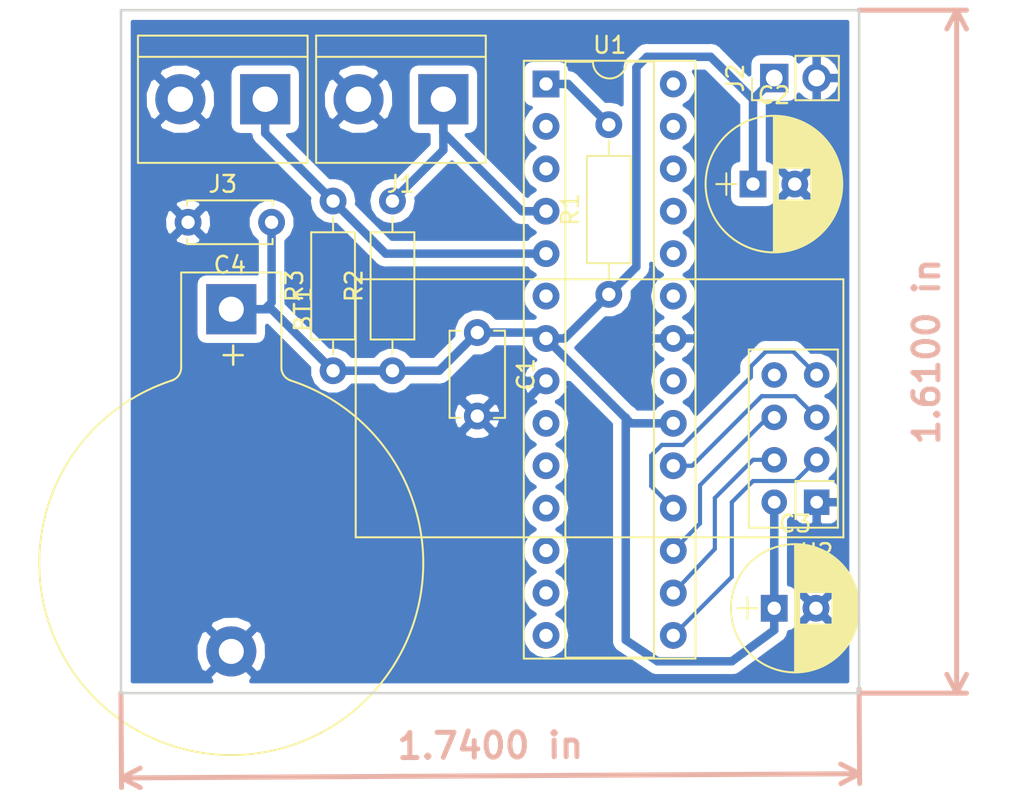
<source format=kicad_pcb>
(kicad_pcb (version 20171130) (host pcbnew "(5.0.1)-4")

  (general
    (thickness 1.6)
    (drawings 7)
    (tracks 68)
    (zones 0)
    (modules 13)
    (nets 11)
  )

  (page A4)
  (layers
    (0 F.Cu signal)
    (31 B.Cu signal)
    (32 B.Adhes user)
    (33 F.Adhes user)
    (34 B.Paste user)
    (35 F.Paste user)
    (36 B.SilkS user)
    (37 F.SilkS user)
    (38 B.Mask user)
    (39 F.Mask user)
    (40 Dwgs.User user)
    (41 Cmts.User user)
    (42 Eco1.User user)
    (43 Eco2.User user)
    (44 Edge.Cuts user)
    (45 Margin user)
    (46 B.CrtYd user)
    (47 F.CrtYd user)
    (48 B.Fab user)
    (49 F.Fab user)
  )

  (setup
    (last_trace_width 0.508)
    (user_trace_width 0.254)
    (user_trace_width 0.508)
    (user_trace_width 1.016)
    (trace_clearance 0.2)
    (zone_clearance 0.508)
    (zone_45_only no)
    (trace_min 0.2)
    (segment_width 0.2)
    (edge_width 0.15)
    (via_size 0.8)
    (via_drill 0.4)
    (via_min_size 0.4)
    (via_min_drill 0.3)
    (uvia_size 0.3)
    (uvia_drill 0.1)
    (uvias_allowed no)
    (uvia_min_size 0.2)
    (uvia_min_drill 0.1)
    (pcb_text_width 0.3)
    (pcb_text_size 1.5 1.5)
    (mod_edge_width 0.15)
    (mod_text_size 1 1)
    (mod_text_width 0.15)
    (pad_size 1.524 1.524)
    (pad_drill 0.762)
    (pad_to_mask_clearance 0.051)
    (solder_mask_min_width 0.25)
    (aux_axis_origin 0 0)
    (visible_elements 7FFFFFFF)
    (pcbplotparams
      (layerselection 0x010fc_ffffffff)
      (usegerberextensions false)
      (usegerberattributes false)
      (usegerberadvancedattributes false)
      (creategerberjobfile false)
      (excludeedgelayer true)
      (linewidth 0.100000)
      (plotframeref false)
      (viasonmask false)
      (mode 1)
      (useauxorigin false)
      (hpglpennumber 1)
      (hpglpenspeed 20)
      (hpglpendiameter 15.000000)
      (psnegative false)
      (psa4output false)
      (plotreference true)
      (plotvalue true)
      (plotinvisibletext false)
      (padsonsilk false)
      (subtractmaskfromsilk false)
      (outputformat 1)
      (mirror false)
      (drillshape 1)
      (scaleselection 1)
      (outputdirectory ""))
  )

  (net 0 "")
  (net 1 GND)
  (net 2 +3V3)
  (net 3 "Net-(R1-Pad2)")
  (net 4 "Net-(U1-Pad19)")
  (net 5 "Net-(U1-Pad18)")
  (net 6 "Net-(U1-Pad17)")
  (net 7 "Net-(U1-Pad16)")
  (net 8 "Net-(U1-Pad15)")
  (net 9 "Net-(J1-Pad1)")
  (net 10 "Net-(J3-Pad1)")

  (net_class Default "This is the default net class."
    (clearance 0.2)
    (trace_width 0.254)
    (via_dia 0.8)
    (via_drill 0.4)
    (uvia_dia 0.3)
    (uvia_drill 0.1)
    (add_net +3V3)
    (add_net GND)
    (add_net "Net-(J1-Pad1)")
    (add_net "Net-(J3-Pad1)")
    (add_net "Net-(R1-Pad2)")
    (add_net "Net-(U1-Pad15)")
    (add_net "Net-(U1-Pad16)")
    (add_net "Net-(U1-Pad17)")
    (add_net "Net-(U1-Pad18)")
    (add_net "Net-(U1-Pad19)")
  )

  (net_class 0.5 ""
    (clearance 0.2)
    (trace_width 0.508)
    (via_dia 0.8)
    (via_drill 0.4)
    (uvia_dia 0.3)
    (uvia_drill 0.1)
  )

  (net_class 1.0 ""
    (clearance 0.2)
    (trace_width 1.016)
    (via_dia 0.8)
    (via_drill 0.4)
    (uvia_dia 0.3)
    (uvia_drill 0.1)
  )

  (module Resistors_THT:R_Axial_DIN0207_L6.3mm_D2.5mm_P10.16mm_Horizontal (layer F.Cu) (tedit 5874F706) (tstamp 5C02D9D4)
    (at 101.854 92.456 90)
    (descr "Resistor, Axial_DIN0207 series, Axial, Horizontal, pin pitch=10.16mm, 0.25W = 1/4W, length*diameter=6.3*2.5mm^2, http://cdn-reichelt.de/documents/datenblatt/B400/1_4W%23YAG.pdf")
    (tags "Resistor Axial_DIN0207 series Axial Horizontal pin pitch 10.16mm 0.25W = 1/4W length 6.3mm diameter 2.5mm")
    (path /5C037E22)
    (fp_text reference R3 (at 5.08 -2.31 90) (layer F.SilkS)
      (effects (font (size 1 1) (thickness 0.15)))
    )
    (fp_text value 22k (at 5.08 0 90) (layer F.Fab)
      (effects (font (size 1 1) (thickness 0.15)))
    )
    (fp_line (start 1.93 -1.25) (end 1.93 1.25) (layer F.Fab) (width 0.1))
    (fp_line (start 1.93 1.25) (end 8.23 1.25) (layer F.Fab) (width 0.1))
    (fp_line (start 8.23 1.25) (end 8.23 -1.25) (layer F.Fab) (width 0.1))
    (fp_line (start 8.23 -1.25) (end 1.93 -1.25) (layer F.Fab) (width 0.1))
    (fp_line (start 0 0) (end 1.93 0) (layer F.Fab) (width 0.1))
    (fp_line (start 10.16 0) (end 8.23 0) (layer F.Fab) (width 0.1))
    (fp_line (start 1.87 -1.31) (end 1.87 1.31) (layer F.SilkS) (width 0.12))
    (fp_line (start 1.87 1.31) (end 8.29 1.31) (layer F.SilkS) (width 0.12))
    (fp_line (start 8.29 1.31) (end 8.29 -1.31) (layer F.SilkS) (width 0.12))
    (fp_line (start 8.29 -1.31) (end 1.87 -1.31) (layer F.SilkS) (width 0.12))
    (fp_line (start 0.98 0) (end 1.87 0) (layer F.SilkS) (width 0.12))
    (fp_line (start 9.18 0) (end 8.29 0) (layer F.SilkS) (width 0.12))
    (fp_line (start -1.05 -1.6) (end -1.05 1.6) (layer F.CrtYd) (width 0.05))
    (fp_line (start -1.05 1.6) (end 11.25 1.6) (layer F.CrtYd) (width 0.05))
    (fp_line (start 11.25 1.6) (end 11.25 -1.6) (layer F.CrtYd) (width 0.05))
    (fp_line (start 11.25 -1.6) (end -1.05 -1.6) (layer F.CrtYd) (width 0.05))
    (pad 1 thru_hole circle (at 0 0 90) (size 1.6 1.6) (drill 0.8) (layers *.Cu *.Mask)
      (net 2 +3V3))
    (pad 2 thru_hole oval (at 10.16 0 90) (size 1.6 1.6) (drill 0.8) (layers *.Cu *.Mask)
      (net 10 "Net-(J3-Pad1)"))
    (model ${KISYS3DMOD}/Resistors_THT.3dshapes/R_Axial_DIN0207_L6.3mm_D2.5mm_P10.16mm_Horizontal.wrl
      (at (xyz 0 0 0))
      (scale (xyz 0.393701 0.393701 0.393701))
      (rotate (xyz 0 0 0))
    )
  )

  (module Resistors_THT:R_Axial_DIN0207_L6.3mm_D2.5mm_P10.16mm_Horizontal (layer F.Cu) (tedit 5874F706) (tstamp 5C02E12C)
    (at 105.41 92.456 90)
    (descr "Resistor, Axial_DIN0207 series, Axial, Horizontal, pin pitch=10.16mm, 0.25W = 1/4W, length*diameter=6.3*2.5mm^2, http://cdn-reichelt.de/documents/datenblatt/B400/1_4W%23YAG.pdf")
    (tags "Resistor Axial_DIN0207 series Axial Horizontal pin pitch 10.16mm 0.25W = 1/4W length 6.3mm diameter 2.5mm")
    (path /5C037DAA)
    (fp_text reference R2 (at 5.08 -2.31 90) (layer F.SilkS)
      (effects (font (size 1 1) (thickness 0.15)))
    )
    (fp_text value 22k (at 5.08 0 90) (layer F.Fab)
      (effects (font (size 1 1) (thickness 0.15)))
    )
    (fp_line (start 11.25 -1.6) (end -1.05 -1.6) (layer F.CrtYd) (width 0.05))
    (fp_line (start 11.25 1.6) (end 11.25 -1.6) (layer F.CrtYd) (width 0.05))
    (fp_line (start -1.05 1.6) (end 11.25 1.6) (layer F.CrtYd) (width 0.05))
    (fp_line (start -1.05 -1.6) (end -1.05 1.6) (layer F.CrtYd) (width 0.05))
    (fp_line (start 9.18 0) (end 8.29 0) (layer F.SilkS) (width 0.12))
    (fp_line (start 0.98 0) (end 1.87 0) (layer F.SilkS) (width 0.12))
    (fp_line (start 8.29 -1.31) (end 1.87 -1.31) (layer F.SilkS) (width 0.12))
    (fp_line (start 8.29 1.31) (end 8.29 -1.31) (layer F.SilkS) (width 0.12))
    (fp_line (start 1.87 1.31) (end 8.29 1.31) (layer F.SilkS) (width 0.12))
    (fp_line (start 1.87 -1.31) (end 1.87 1.31) (layer F.SilkS) (width 0.12))
    (fp_line (start 10.16 0) (end 8.23 0) (layer F.Fab) (width 0.1))
    (fp_line (start 0 0) (end 1.93 0) (layer F.Fab) (width 0.1))
    (fp_line (start 8.23 -1.25) (end 1.93 -1.25) (layer F.Fab) (width 0.1))
    (fp_line (start 8.23 1.25) (end 8.23 -1.25) (layer F.Fab) (width 0.1))
    (fp_line (start 1.93 1.25) (end 8.23 1.25) (layer F.Fab) (width 0.1))
    (fp_line (start 1.93 -1.25) (end 1.93 1.25) (layer F.Fab) (width 0.1))
    (pad 2 thru_hole oval (at 10.16 0 90) (size 1.6 1.6) (drill 0.8) (layers *.Cu *.Mask)
      (net 9 "Net-(J1-Pad1)"))
    (pad 1 thru_hole circle (at 0 0 90) (size 1.6 1.6) (drill 0.8) (layers *.Cu *.Mask)
      (net 2 +3V3))
    (model ${KISYS3DMOD}/Resistors_THT.3dshapes/R_Axial_DIN0207_L6.3mm_D2.5mm_P10.16mm_Horizontal.wrl
      (at (xyz 0 0 0))
      (scale (xyz 0.393701 0.393701 0.393701))
      (rotate (xyz 0 0 0))
    )
  )

  (module Capacitors_THT:C_Disc_D5.1mm_W3.2mm_P5.00mm (layer F.Cu) (tedit 597BC7C2) (tstamp 5C01B7BA)
    (at 110.49 90.17 270)
    (descr "C, Disc series, Radial, pin pitch=5.00mm, , diameter*width=5.1*3.2mm^2, Capacitor, http://www.vishay.com/docs/45233/krseries.pdf")
    (tags "C Disc series Radial pin pitch 5.00mm  diameter 5.1mm width 3.2mm Capacitor")
    (path /5C01F55F)
    (fp_text reference C1 (at 2.5 -2.91 270) (layer F.SilkS)
      (effects (font (size 1 1) (thickness 0.15)))
    )
    (fp_text value 100n (at 2.5 2.91 270) (layer F.Fab)
      (effects (font (size 1 1) (thickness 0.15)))
    )
    (fp_text user %R (at 2.5 0 270) (layer F.Fab)
      (effects (font (size 1 1) (thickness 0.15)))
    )
    (fp_line (start 6.05 -1.95) (end -1.05 -1.95) (layer F.CrtYd) (width 0.05))
    (fp_line (start 6.05 1.95) (end 6.05 -1.95) (layer F.CrtYd) (width 0.05))
    (fp_line (start -1.05 1.95) (end 6.05 1.95) (layer F.CrtYd) (width 0.05))
    (fp_line (start -1.05 -1.95) (end -1.05 1.95) (layer F.CrtYd) (width 0.05))
    (fp_line (start 5.11 0.996) (end 5.11 1.66) (layer F.SilkS) (width 0.12))
    (fp_line (start 5.11 -1.66) (end 5.11 -0.996) (layer F.SilkS) (width 0.12))
    (fp_line (start -0.11 0.996) (end -0.11 1.66) (layer F.SilkS) (width 0.12))
    (fp_line (start -0.11 -1.66) (end -0.11 -0.996) (layer F.SilkS) (width 0.12))
    (fp_line (start -0.11 1.66) (end 5.11 1.66) (layer F.SilkS) (width 0.12))
    (fp_line (start -0.11 -1.66) (end 5.11 -1.66) (layer F.SilkS) (width 0.12))
    (fp_line (start 5.05 -1.6) (end -0.05 -1.6) (layer F.Fab) (width 0.1))
    (fp_line (start 5.05 1.6) (end 5.05 -1.6) (layer F.Fab) (width 0.1))
    (fp_line (start -0.05 1.6) (end 5.05 1.6) (layer F.Fab) (width 0.1))
    (fp_line (start -0.05 -1.6) (end -0.05 1.6) (layer F.Fab) (width 0.1))
    (pad 2 thru_hole circle (at 5 0 270) (size 1.6 1.6) (drill 0.8) (layers *.Cu *.Mask)
      (net 1 GND))
    (pad 1 thru_hole circle (at 0 0 270) (size 1.6 1.6) (drill 0.8) (layers *.Cu *.Mask)
      (net 2 +3V3))
    (model ${KISYS3DMOD}/Capacitors_THT.3dshapes/C_Disc_D5.1mm_W3.2mm_P5.00mm.wrl
      (at (xyz 0 0 0))
      (scale (xyz 1 1 1))
      (rotate (xyz 0 0 0))
    )
  )

  (module Capacitors_THT:CP_Radial_D8.0mm_P2.50mm (layer F.Cu) (tedit 597BC7C2) (tstamp 5C01A94C)
    (at 127 81.28)
    (descr "CP, Radial series, Radial, pin pitch=2.50mm, , diameter=8mm, Electrolytic Capacitor")
    (tags "CP Radial series Radial pin pitch 2.50mm  diameter 8mm Electrolytic Capacitor")
    (path /5C024016)
    (fp_text reference C2 (at 1.25 -5.31) (layer F.SilkS)
      (effects (font (size 1 1) (thickness 0.15)))
    )
    (fp_text value 10u (at 1.25 5.31) (layer F.Fab)
      (effects (font (size 1 1) (thickness 0.15)))
    )
    (fp_text user %R (at 1.25 0) (layer F.Fab)
      (effects (font (size 1 1) (thickness 0.15)))
    )
    (fp_line (start 5.6 -4.35) (end -3.1 -4.35) (layer F.CrtYd) (width 0.05))
    (fp_line (start 5.6 4.35) (end 5.6 -4.35) (layer F.CrtYd) (width 0.05))
    (fp_line (start -3.1 4.35) (end 5.6 4.35) (layer F.CrtYd) (width 0.05))
    (fp_line (start -3.1 -4.35) (end -3.1 4.35) (layer F.CrtYd) (width 0.05))
    (fp_line (start -1.6 -0.65) (end -1.6 0.65) (layer F.SilkS) (width 0.12))
    (fp_line (start -2.2 0) (end -1 0) (layer F.SilkS) (width 0.12))
    (fp_line (start 5.331 -0.246) (end 5.331 0.246) (layer F.SilkS) (width 0.12))
    (fp_line (start 5.291 -0.598) (end 5.291 0.598) (layer F.SilkS) (width 0.12))
    (fp_line (start 5.251 -0.814) (end 5.251 0.814) (layer F.SilkS) (width 0.12))
    (fp_line (start 5.211 -0.983) (end 5.211 0.983) (layer F.SilkS) (width 0.12))
    (fp_line (start 5.171 -1.127) (end 5.171 1.127) (layer F.SilkS) (width 0.12))
    (fp_line (start 5.131 -1.254) (end 5.131 1.254) (layer F.SilkS) (width 0.12))
    (fp_line (start 5.091 -1.369) (end 5.091 1.369) (layer F.SilkS) (width 0.12))
    (fp_line (start 5.051 -1.473) (end 5.051 1.473) (layer F.SilkS) (width 0.12))
    (fp_line (start 5.011 -1.57) (end 5.011 1.57) (layer F.SilkS) (width 0.12))
    (fp_line (start 4.971 -1.66) (end 4.971 1.66) (layer F.SilkS) (width 0.12))
    (fp_line (start 4.931 -1.745) (end 4.931 1.745) (layer F.SilkS) (width 0.12))
    (fp_line (start 4.891 -1.826) (end 4.891 1.826) (layer F.SilkS) (width 0.12))
    (fp_line (start 4.851 -1.902) (end 4.851 1.902) (layer F.SilkS) (width 0.12))
    (fp_line (start 4.811 -1.974) (end 4.811 1.974) (layer F.SilkS) (width 0.12))
    (fp_line (start 4.771 -2.043) (end 4.771 2.043) (layer F.SilkS) (width 0.12))
    (fp_line (start 4.731 -2.109) (end 4.731 2.109) (layer F.SilkS) (width 0.12))
    (fp_line (start 4.691 -2.173) (end 4.691 2.173) (layer F.SilkS) (width 0.12))
    (fp_line (start 4.651 -2.234) (end 4.651 2.234) (layer F.SilkS) (width 0.12))
    (fp_line (start 4.611 -2.293) (end 4.611 2.293) (layer F.SilkS) (width 0.12))
    (fp_line (start 4.571 -2.349) (end 4.571 2.349) (layer F.SilkS) (width 0.12))
    (fp_line (start 4.531 -2.404) (end 4.531 2.404) (layer F.SilkS) (width 0.12))
    (fp_line (start 4.491 -2.457) (end 4.491 2.457) (layer F.SilkS) (width 0.12))
    (fp_line (start 4.451 -2.508) (end 4.451 2.508) (layer F.SilkS) (width 0.12))
    (fp_line (start 4.411 -2.557) (end 4.411 2.557) (layer F.SilkS) (width 0.12))
    (fp_line (start 4.371 -2.605) (end 4.371 2.605) (layer F.SilkS) (width 0.12))
    (fp_line (start 4.331 -2.652) (end 4.331 2.652) (layer F.SilkS) (width 0.12))
    (fp_line (start 4.291 -2.697) (end 4.291 2.697) (layer F.SilkS) (width 0.12))
    (fp_line (start 4.251 -2.74) (end 4.251 2.74) (layer F.SilkS) (width 0.12))
    (fp_line (start 4.211 -2.783) (end 4.211 2.783) (layer F.SilkS) (width 0.12))
    (fp_line (start 4.171 -2.824) (end 4.171 2.824) (layer F.SilkS) (width 0.12))
    (fp_line (start 4.131 -2.865) (end 4.131 2.865) (layer F.SilkS) (width 0.12))
    (fp_line (start 4.091 -2.904) (end 4.091 2.904) (layer F.SilkS) (width 0.12))
    (fp_line (start 4.051 -2.942) (end 4.051 2.942) (layer F.SilkS) (width 0.12))
    (fp_line (start 4.011 -2.979) (end 4.011 2.979) (layer F.SilkS) (width 0.12))
    (fp_line (start 3.971 -3.015) (end 3.971 3.015) (layer F.SilkS) (width 0.12))
    (fp_line (start 3.931 -3.05) (end 3.931 3.05) (layer F.SilkS) (width 0.12))
    (fp_line (start 3.891 -3.084) (end 3.891 3.084) (layer F.SilkS) (width 0.12))
    (fp_line (start 3.851 -3.118) (end 3.851 3.118) (layer F.SilkS) (width 0.12))
    (fp_line (start 3.811 -3.15) (end 3.811 3.15) (layer F.SilkS) (width 0.12))
    (fp_line (start 3.771 -3.182) (end 3.771 3.182) (layer F.SilkS) (width 0.12))
    (fp_line (start 3.731 -3.213) (end 3.731 3.213) (layer F.SilkS) (width 0.12))
    (fp_line (start 3.691 -3.243) (end 3.691 3.243) (layer F.SilkS) (width 0.12))
    (fp_line (start 3.651 -3.272) (end 3.651 3.272) (layer F.SilkS) (width 0.12))
    (fp_line (start 3.611 -3.301) (end 3.611 3.301) (layer F.SilkS) (width 0.12))
    (fp_line (start 3.571 -3.329) (end 3.571 3.329) (layer F.SilkS) (width 0.12))
    (fp_line (start 3.531 -3.356) (end 3.531 3.356) (layer F.SilkS) (width 0.12))
    (fp_line (start 3.491 -3.383) (end 3.491 3.383) (layer F.SilkS) (width 0.12))
    (fp_line (start 3.451 0.98) (end 3.451 3.408) (layer F.SilkS) (width 0.12))
    (fp_line (start 3.451 -3.408) (end 3.451 -0.98) (layer F.SilkS) (width 0.12))
    (fp_line (start 3.411 0.98) (end 3.411 3.434) (layer F.SilkS) (width 0.12))
    (fp_line (start 3.411 -3.434) (end 3.411 -0.98) (layer F.SilkS) (width 0.12))
    (fp_line (start 3.371 0.98) (end 3.371 3.458) (layer F.SilkS) (width 0.12))
    (fp_line (start 3.371 -3.458) (end 3.371 -0.98) (layer F.SilkS) (width 0.12))
    (fp_line (start 3.331 0.98) (end 3.331 3.482) (layer F.SilkS) (width 0.12))
    (fp_line (start 3.331 -3.482) (end 3.331 -0.98) (layer F.SilkS) (width 0.12))
    (fp_line (start 3.291 0.98) (end 3.291 3.505) (layer F.SilkS) (width 0.12))
    (fp_line (start 3.291 -3.505) (end 3.291 -0.98) (layer F.SilkS) (width 0.12))
    (fp_line (start 3.251 0.98) (end 3.251 3.528) (layer F.SilkS) (width 0.12))
    (fp_line (start 3.251 -3.528) (end 3.251 -0.98) (layer F.SilkS) (width 0.12))
    (fp_line (start 3.211 0.98) (end 3.211 3.55) (layer F.SilkS) (width 0.12))
    (fp_line (start 3.211 -3.55) (end 3.211 -0.98) (layer F.SilkS) (width 0.12))
    (fp_line (start 3.171 0.98) (end 3.171 3.572) (layer F.SilkS) (width 0.12))
    (fp_line (start 3.171 -3.572) (end 3.171 -0.98) (layer F.SilkS) (width 0.12))
    (fp_line (start 3.131 0.98) (end 3.131 3.593) (layer F.SilkS) (width 0.12))
    (fp_line (start 3.131 -3.593) (end 3.131 -0.98) (layer F.SilkS) (width 0.12))
    (fp_line (start 3.091 0.98) (end 3.091 3.613) (layer F.SilkS) (width 0.12))
    (fp_line (start 3.091 -3.613) (end 3.091 -0.98) (layer F.SilkS) (width 0.12))
    (fp_line (start 3.051 0.98) (end 3.051 3.633) (layer F.SilkS) (width 0.12))
    (fp_line (start 3.051 -3.633) (end 3.051 -0.98) (layer F.SilkS) (width 0.12))
    (fp_line (start 3.011 0.98) (end 3.011 3.652) (layer F.SilkS) (width 0.12))
    (fp_line (start 3.011 -3.652) (end 3.011 -0.98) (layer F.SilkS) (width 0.12))
    (fp_line (start 2.971 0.98) (end 2.971 3.671) (layer F.SilkS) (width 0.12))
    (fp_line (start 2.971 -3.671) (end 2.971 -0.98) (layer F.SilkS) (width 0.12))
    (fp_line (start 2.931 0.98) (end 2.931 3.69) (layer F.SilkS) (width 0.12))
    (fp_line (start 2.931 -3.69) (end 2.931 -0.98) (layer F.SilkS) (width 0.12))
    (fp_line (start 2.891 0.98) (end 2.891 3.707) (layer F.SilkS) (width 0.12))
    (fp_line (start 2.891 -3.707) (end 2.891 -0.98) (layer F.SilkS) (width 0.12))
    (fp_line (start 2.851 0.98) (end 2.851 3.725) (layer F.SilkS) (width 0.12))
    (fp_line (start 2.851 -3.725) (end 2.851 -0.98) (layer F.SilkS) (width 0.12))
    (fp_line (start 2.811 0.98) (end 2.811 3.741) (layer F.SilkS) (width 0.12))
    (fp_line (start 2.811 -3.741) (end 2.811 -0.98) (layer F.SilkS) (width 0.12))
    (fp_line (start 2.771 0.98) (end 2.771 3.758) (layer F.SilkS) (width 0.12))
    (fp_line (start 2.771 -3.758) (end 2.771 -0.98) (layer F.SilkS) (width 0.12))
    (fp_line (start 2.731 0.98) (end 2.731 3.773) (layer F.SilkS) (width 0.12))
    (fp_line (start 2.731 -3.773) (end 2.731 -0.98) (layer F.SilkS) (width 0.12))
    (fp_line (start 2.691 0.98) (end 2.691 3.789) (layer F.SilkS) (width 0.12))
    (fp_line (start 2.691 -3.789) (end 2.691 -0.98) (layer F.SilkS) (width 0.12))
    (fp_line (start 2.651 0.98) (end 2.651 3.803) (layer F.SilkS) (width 0.12))
    (fp_line (start 2.651 -3.803) (end 2.651 -0.98) (layer F.SilkS) (width 0.12))
    (fp_line (start 2.611 0.98) (end 2.611 3.818) (layer F.SilkS) (width 0.12))
    (fp_line (start 2.611 -3.818) (end 2.611 -0.98) (layer F.SilkS) (width 0.12))
    (fp_line (start 2.571 0.98) (end 2.571 3.832) (layer F.SilkS) (width 0.12))
    (fp_line (start 2.571 -3.832) (end 2.571 -0.98) (layer F.SilkS) (width 0.12))
    (fp_line (start 2.531 0.98) (end 2.531 3.845) (layer F.SilkS) (width 0.12))
    (fp_line (start 2.531 -3.845) (end 2.531 -0.98) (layer F.SilkS) (width 0.12))
    (fp_line (start 2.491 0.98) (end 2.491 3.858) (layer F.SilkS) (width 0.12))
    (fp_line (start 2.491 -3.858) (end 2.491 -0.98) (layer F.SilkS) (width 0.12))
    (fp_line (start 2.451 0.98) (end 2.451 3.87) (layer F.SilkS) (width 0.12))
    (fp_line (start 2.451 -3.87) (end 2.451 -0.98) (layer F.SilkS) (width 0.12))
    (fp_line (start 2.411 0.98) (end 2.411 3.883) (layer F.SilkS) (width 0.12))
    (fp_line (start 2.411 -3.883) (end 2.411 -0.98) (layer F.SilkS) (width 0.12))
    (fp_line (start 2.371 0.98) (end 2.371 3.894) (layer F.SilkS) (width 0.12))
    (fp_line (start 2.371 -3.894) (end 2.371 -0.98) (layer F.SilkS) (width 0.12))
    (fp_line (start 2.331 0.98) (end 2.331 3.905) (layer F.SilkS) (width 0.12))
    (fp_line (start 2.331 -3.905) (end 2.331 -0.98) (layer F.SilkS) (width 0.12))
    (fp_line (start 2.291 0.98) (end 2.291 3.916) (layer F.SilkS) (width 0.12))
    (fp_line (start 2.291 -3.916) (end 2.291 -0.98) (layer F.SilkS) (width 0.12))
    (fp_line (start 2.251 0.98) (end 2.251 3.926) (layer F.SilkS) (width 0.12))
    (fp_line (start 2.251 -3.926) (end 2.251 -0.98) (layer F.SilkS) (width 0.12))
    (fp_line (start 2.211 0.98) (end 2.211 3.936) (layer F.SilkS) (width 0.12))
    (fp_line (start 2.211 -3.936) (end 2.211 -0.98) (layer F.SilkS) (width 0.12))
    (fp_line (start 2.171 0.98) (end 2.171 3.946) (layer F.SilkS) (width 0.12))
    (fp_line (start 2.171 -3.946) (end 2.171 -0.98) (layer F.SilkS) (width 0.12))
    (fp_line (start 2.131 0.98) (end 2.131 3.955) (layer F.SilkS) (width 0.12))
    (fp_line (start 2.131 -3.955) (end 2.131 -0.98) (layer F.SilkS) (width 0.12))
    (fp_line (start 2.091 0.98) (end 2.091 3.963) (layer F.SilkS) (width 0.12))
    (fp_line (start 2.091 -3.963) (end 2.091 -0.98) (layer F.SilkS) (width 0.12))
    (fp_line (start 2.051 0.98) (end 2.051 3.971) (layer F.SilkS) (width 0.12))
    (fp_line (start 2.051 -3.971) (end 2.051 -0.98) (layer F.SilkS) (width 0.12))
    (fp_line (start 2.011 0.98) (end 2.011 3.979) (layer F.SilkS) (width 0.12))
    (fp_line (start 2.011 -3.979) (end 2.011 -0.98) (layer F.SilkS) (width 0.12))
    (fp_line (start 1.971 0.98) (end 1.971 3.987) (layer F.SilkS) (width 0.12))
    (fp_line (start 1.971 -3.987) (end 1.971 -0.98) (layer F.SilkS) (width 0.12))
    (fp_line (start 1.93 0.98) (end 1.93 3.994) (layer F.SilkS) (width 0.12))
    (fp_line (start 1.93 -3.994) (end 1.93 -0.98) (layer F.SilkS) (width 0.12))
    (fp_line (start 1.89 0.98) (end 1.89 4) (layer F.SilkS) (width 0.12))
    (fp_line (start 1.89 -4) (end 1.89 -0.98) (layer F.SilkS) (width 0.12))
    (fp_line (start 1.85 0.98) (end 1.85 4.006) (layer F.SilkS) (width 0.12))
    (fp_line (start 1.85 -4.006) (end 1.85 -0.98) (layer F.SilkS) (width 0.12))
    (fp_line (start 1.81 0.98) (end 1.81 4.012) (layer F.SilkS) (width 0.12))
    (fp_line (start 1.81 -4.012) (end 1.81 -0.98) (layer F.SilkS) (width 0.12))
    (fp_line (start 1.77 0.98) (end 1.77 4.017) (layer F.SilkS) (width 0.12))
    (fp_line (start 1.77 -4.017) (end 1.77 -0.98) (layer F.SilkS) (width 0.12))
    (fp_line (start 1.73 0.98) (end 1.73 4.022) (layer F.SilkS) (width 0.12))
    (fp_line (start 1.73 -4.022) (end 1.73 -0.98) (layer F.SilkS) (width 0.12))
    (fp_line (start 1.69 0.98) (end 1.69 4.027) (layer F.SilkS) (width 0.12))
    (fp_line (start 1.69 -4.027) (end 1.69 -0.98) (layer F.SilkS) (width 0.12))
    (fp_line (start 1.65 0.98) (end 1.65 4.031) (layer F.SilkS) (width 0.12))
    (fp_line (start 1.65 -4.031) (end 1.65 -0.98) (layer F.SilkS) (width 0.12))
    (fp_line (start 1.61 0.98) (end 1.61 4.035) (layer F.SilkS) (width 0.12))
    (fp_line (start 1.61 -4.035) (end 1.61 -0.98) (layer F.SilkS) (width 0.12))
    (fp_line (start 1.57 0.98) (end 1.57 4.038) (layer F.SilkS) (width 0.12))
    (fp_line (start 1.57 -4.038) (end 1.57 -0.98) (layer F.SilkS) (width 0.12))
    (fp_line (start 1.53 0.98) (end 1.53 4.041) (layer F.SilkS) (width 0.12))
    (fp_line (start 1.53 -4.041) (end 1.53 -0.98) (layer F.SilkS) (width 0.12))
    (fp_line (start 1.49 -4.043) (end 1.49 4.043) (layer F.SilkS) (width 0.12))
    (fp_line (start 1.45 -4.046) (end 1.45 4.046) (layer F.SilkS) (width 0.12))
    (fp_line (start 1.41 -4.047) (end 1.41 4.047) (layer F.SilkS) (width 0.12))
    (fp_line (start 1.37 -4.049) (end 1.37 4.049) (layer F.SilkS) (width 0.12))
    (fp_line (start 1.33 -4.05) (end 1.33 4.05) (layer F.SilkS) (width 0.12))
    (fp_line (start 1.29 -4.05) (end 1.29 4.05) (layer F.SilkS) (width 0.12))
    (fp_line (start 1.25 -4.05) (end 1.25 4.05) (layer F.SilkS) (width 0.12))
    (fp_line (start -1.6 -0.65) (end -1.6 0.65) (layer F.Fab) (width 0.1))
    (fp_line (start -2.2 0) (end -1 0) (layer F.Fab) (width 0.1))
    (fp_circle (center 1.25 0) (end 5.34 0) (layer F.SilkS) (width 0.12))
    (fp_circle (center 1.25 0) (end 5.25 0) (layer F.Fab) (width 0.1))
    (pad 2 thru_hole circle (at 2.5 0) (size 1.6 1.6) (drill 0.8) (layers *.Cu *.Mask)
      (net 1 GND))
    (pad 1 thru_hole rect (at 0 0) (size 1.6 1.6) (drill 0.8) (layers *.Cu *.Mask)
      (net 2 +3V3))
    (model ${KISYS3DMOD}/Capacitors_THT.3dshapes/CP_Radial_D8.0mm_P2.50mm.wrl
      (at (xyz 0 0 0))
      (scale (xyz 1 1 1))
      (rotate (xyz 0 0 0))
    )
  )

  (module Capacitors_THT:CP_Radial_D7.5mm_P2.50mm (layer F.Cu) (tedit 597BC7C2) (tstamp 5C01A9EE)
    (at 128.27 106.68)
    (descr "CP, Radial series, Radial, pin pitch=2.50mm, , diameter=7.5mm, Electrolytic Capacitor")
    (tags "CP Radial series Radial pin pitch 2.50mm  diameter 7.5mm Electrolytic Capacitor")
    (path /5C021701)
    (fp_text reference C3 (at 1.25 -5.06) (layer F.SilkS)
      (effects (font (size 1 1) (thickness 0.15)))
    )
    (fp_text value 4.7u (at 1.25 5.06) (layer F.Fab)
      (effects (font (size 1 1) (thickness 0.15)))
    )
    (fp_text user %R (at 1.25 0) (layer F.Fab)
      (effects (font (size 1 1) (thickness 0.15)))
    )
    (fp_line (start 5.35 -4.1) (end -2.85 -4.1) (layer F.CrtYd) (width 0.05))
    (fp_line (start 5.35 4.1) (end 5.35 -4.1) (layer F.CrtYd) (width 0.05))
    (fp_line (start -2.85 4.1) (end 5.35 4.1) (layer F.CrtYd) (width 0.05))
    (fp_line (start -2.85 -4.1) (end -2.85 4.1) (layer F.CrtYd) (width 0.05))
    (fp_line (start -1.6 -0.65) (end -1.6 0.65) (layer F.SilkS) (width 0.12))
    (fp_line (start -2.2 0) (end -1 0) (layer F.SilkS) (width 0.12))
    (fp_line (start 5.051 -0.513) (end 5.051 0.513) (layer F.SilkS) (width 0.12))
    (fp_line (start 5.011 -0.74) (end 5.011 0.74) (layer F.SilkS) (width 0.12))
    (fp_line (start 4.971 -0.913) (end 4.971 0.913) (layer F.SilkS) (width 0.12))
    (fp_line (start 4.931 -1.057) (end 4.931 1.057) (layer F.SilkS) (width 0.12))
    (fp_line (start 4.891 -1.184) (end 4.891 1.184) (layer F.SilkS) (width 0.12))
    (fp_line (start 4.851 -1.297) (end 4.851 1.297) (layer F.SilkS) (width 0.12))
    (fp_line (start 4.811 -1.4) (end 4.811 1.4) (layer F.SilkS) (width 0.12))
    (fp_line (start 4.771 -1.495) (end 4.771 1.495) (layer F.SilkS) (width 0.12))
    (fp_line (start 4.731 -1.584) (end 4.731 1.584) (layer F.SilkS) (width 0.12))
    (fp_line (start 4.691 -1.667) (end 4.691 1.667) (layer F.SilkS) (width 0.12))
    (fp_line (start 4.651 -1.745) (end 4.651 1.745) (layer F.SilkS) (width 0.12))
    (fp_line (start 4.611 -1.82) (end 4.611 1.82) (layer F.SilkS) (width 0.12))
    (fp_line (start 4.571 -1.89) (end 4.571 1.89) (layer F.SilkS) (width 0.12))
    (fp_line (start 4.531 -1.957) (end 4.531 1.957) (layer F.SilkS) (width 0.12))
    (fp_line (start 4.491 -2.022) (end 4.491 2.022) (layer F.SilkS) (width 0.12))
    (fp_line (start 4.451 -2.083) (end 4.451 2.083) (layer F.SilkS) (width 0.12))
    (fp_line (start 4.411 -2.142) (end 4.411 2.142) (layer F.SilkS) (width 0.12))
    (fp_line (start 4.371 -2.199) (end 4.371 2.199) (layer F.SilkS) (width 0.12))
    (fp_line (start 4.331 -2.254) (end 4.331 2.254) (layer F.SilkS) (width 0.12))
    (fp_line (start 4.291 -2.307) (end 4.291 2.307) (layer F.SilkS) (width 0.12))
    (fp_line (start 4.251 -2.357) (end 4.251 2.357) (layer F.SilkS) (width 0.12))
    (fp_line (start 4.211 -2.407) (end 4.211 2.407) (layer F.SilkS) (width 0.12))
    (fp_line (start 4.171 -2.454) (end 4.171 2.454) (layer F.SilkS) (width 0.12))
    (fp_line (start 4.131 -2.5) (end 4.131 2.5) (layer F.SilkS) (width 0.12))
    (fp_line (start 4.091 -2.545) (end 4.091 2.545) (layer F.SilkS) (width 0.12))
    (fp_line (start 4.051 -2.588) (end 4.051 2.588) (layer F.SilkS) (width 0.12))
    (fp_line (start 4.011 -2.63) (end 4.011 2.63) (layer F.SilkS) (width 0.12))
    (fp_line (start 3.971 -2.671) (end 3.971 2.671) (layer F.SilkS) (width 0.12))
    (fp_line (start 3.931 -2.711) (end 3.931 2.711) (layer F.SilkS) (width 0.12))
    (fp_line (start 3.891 -2.749) (end 3.891 2.749) (layer F.SilkS) (width 0.12))
    (fp_line (start 3.851 -2.786) (end 3.851 2.786) (layer F.SilkS) (width 0.12))
    (fp_line (start 3.811 -2.823) (end 3.811 2.823) (layer F.SilkS) (width 0.12))
    (fp_line (start 3.771 -2.858) (end 3.771 2.858) (layer F.SilkS) (width 0.12))
    (fp_line (start 3.731 -2.892) (end 3.731 2.892) (layer F.SilkS) (width 0.12))
    (fp_line (start 3.691 -2.926) (end 3.691 2.926) (layer F.SilkS) (width 0.12))
    (fp_line (start 3.651 -2.958) (end 3.651 2.958) (layer F.SilkS) (width 0.12))
    (fp_line (start 3.611 -2.99) (end 3.611 2.99) (layer F.SilkS) (width 0.12))
    (fp_line (start 3.571 -3.02) (end 3.571 3.02) (layer F.SilkS) (width 0.12))
    (fp_line (start 3.531 -3.05) (end 3.531 3.05) (layer F.SilkS) (width 0.12))
    (fp_line (start 3.491 -3.079) (end 3.491 3.079) (layer F.SilkS) (width 0.12))
    (fp_line (start 3.451 0.98) (end 3.451 3.108) (layer F.SilkS) (width 0.12))
    (fp_line (start 3.451 -3.108) (end 3.451 -0.98) (layer F.SilkS) (width 0.12))
    (fp_line (start 3.411 0.98) (end 3.411 3.135) (layer F.SilkS) (width 0.12))
    (fp_line (start 3.411 -3.135) (end 3.411 -0.98) (layer F.SilkS) (width 0.12))
    (fp_line (start 3.371 0.98) (end 3.371 3.162) (layer F.SilkS) (width 0.12))
    (fp_line (start 3.371 -3.162) (end 3.371 -0.98) (layer F.SilkS) (width 0.12))
    (fp_line (start 3.331 0.98) (end 3.331 3.188) (layer F.SilkS) (width 0.12))
    (fp_line (start 3.331 -3.188) (end 3.331 -0.98) (layer F.SilkS) (width 0.12))
    (fp_line (start 3.291 0.98) (end 3.291 3.214) (layer F.SilkS) (width 0.12))
    (fp_line (start 3.291 -3.214) (end 3.291 -0.98) (layer F.SilkS) (width 0.12))
    (fp_line (start 3.251 0.98) (end 3.251 3.239) (layer F.SilkS) (width 0.12))
    (fp_line (start 3.251 -3.239) (end 3.251 -0.98) (layer F.SilkS) (width 0.12))
    (fp_line (start 3.211 0.98) (end 3.211 3.263) (layer F.SilkS) (width 0.12))
    (fp_line (start 3.211 -3.263) (end 3.211 -0.98) (layer F.SilkS) (width 0.12))
    (fp_line (start 3.171 0.98) (end 3.171 3.286) (layer F.SilkS) (width 0.12))
    (fp_line (start 3.171 -3.286) (end 3.171 -0.98) (layer F.SilkS) (width 0.12))
    (fp_line (start 3.131 0.98) (end 3.131 3.309) (layer F.SilkS) (width 0.12))
    (fp_line (start 3.131 -3.309) (end 3.131 -0.98) (layer F.SilkS) (width 0.12))
    (fp_line (start 3.091 0.98) (end 3.091 3.331) (layer F.SilkS) (width 0.12))
    (fp_line (start 3.091 -3.331) (end 3.091 -0.98) (layer F.SilkS) (width 0.12))
    (fp_line (start 3.051 0.98) (end 3.051 3.352) (layer F.SilkS) (width 0.12))
    (fp_line (start 3.051 -3.352) (end 3.051 -0.98) (layer F.SilkS) (width 0.12))
    (fp_line (start 3.011 0.98) (end 3.011 3.373) (layer F.SilkS) (width 0.12))
    (fp_line (start 3.011 -3.373) (end 3.011 -0.98) (layer F.SilkS) (width 0.12))
    (fp_line (start 2.971 0.98) (end 2.971 3.394) (layer F.SilkS) (width 0.12))
    (fp_line (start 2.971 -3.394) (end 2.971 -0.98) (layer F.SilkS) (width 0.12))
    (fp_line (start 2.931 0.98) (end 2.931 3.413) (layer F.SilkS) (width 0.12))
    (fp_line (start 2.931 -3.413) (end 2.931 -0.98) (layer F.SilkS) (width 0.12))
    (fp_line (start 2.891 0.98) (end 2.891 3.433) (layer F.SilkS) (width 0.12))
    (fp_line (start 2.891 -3.433) (end 2.891 -0.98) (layer F.SilkS) (width 0.12))
    (fp_line (start 2.851 0.98) (end 2.851 3.451) (layer F.SilkS) (width 0.12))
    (fp_line (start 2.851 -3.451) (end 2.851 -0.98) (layer F.SilkS) (width 0.12))
    (fp_line (start 2.811 0.98) (end 2.811 3.469) (layer F.SilkS) (width 0.12))
    (fp_line (start 2.811 -3.469) (end 2.811 -0.98) (layer F.SilkS) (width 0.12))
    (fp_line (start 2.771 0.98) (end 2.771 3.487) (layer F.SilkS) (width 0.12))
    (fp_line (start 2.771 -3.487) (end 2.771 -0.98) (layer F.SilkS) (width 0.12))
    (fp_line (start 2.731 0.98) (end 2.731 3.504) (layer F.SilkS) (width 0.12))
    (fp_line (start 2.731 -3.504) (end 2.731 -0.98) (layer F.SilkS) (width 0.12))
    (fp_line (start 2.691 0.98) (end 2.691 3.52) (layer F.SilkS) (width 0.12))
    (fp_line (start 2.691 -3.52) (end 2.691 -0.98) (layer F.SilkS) (width 0.12))
    (fp_line (start 2.651 0.98) (end 2.651 3.536) (layer F.SilkS) (width 0.12))
    (fp_line (start 2.651 -3.536) (end 2.651 -0.98) (layer F.SilkS) (width 0.12))
    (fp_line (start 2.611 0.98) (end 2.611 3.552) (layer F.SilkS) (width 0.12))
    (fp_line (start 2.611 -3.552) (end 2.611 -0.98) (layer F.SilkS) (width 0.12))
    (fp_line (start 2.571 0.98) (end 2.571 3.566) (layer F.SilkS) (width 0.12))
    (fp_line (start 2.571 -3.566) (end 2.571 -0.98) (layer F.SilkS) (width 0.12))
    (fp_line (start 2.531 0.98) (end 2.531 3.581) (layer F.SilkS) (width 0.12))
    (fp_line (start 2.531 -3.581) (end 2.531 -0.98) (layer F.SilkS) (width 0.12))
    (fp_line (start 2.491 0.98) (end 2.491 3.595) (layer F.SilkS) (width 0.12))
    (fp_line (start 2.491 -3.595) (end 2.491 -0.98) (layer F.SilkS) (width 0.12))
    (fp_line (start 2.451 0.98) (end 2.451 3.608) (layer F.SilkS) (width 0.12))
    (fp_line (start 2.451 -3.608) (end 2.451 -0.98) (layer F.SilkS) (width 0.12))
    (fp_line (start 2.411 0.98) (end 2.411 3.621) (layer F.SilkS) (width 0.12))
    (fp_line (start 2.411 -3.621) (end 2.411 -0.98) (layer F.SilkS) (width 0.12))
    (fp_line (start 2.371 0.98) (end 2.371 3.634) (layer F.SilkS) (width 0.12))
    (fp_line (start 2.371 -3.634) (end 2.371 -0.98) (layer F.SilkS) (width 0.12))
    (fp_line (start 2.331 0.98) (end 2.331 3.645) (layer F.SilkS) (width 0.12))
    (fp_line (start 2.331 -3.645) (end 2.331 -0.98) (layer F.SilkS) (width 0.12))
    (fp_line (start 2.291 0.98) (end 2.291 3.657) (layer F.SilkS) (width 0.12))
    (fp_line (start 2.291 -3.657) (end 2.291 -0.98) (layer F.SilkS) (width 0.12))
    (fp_line (start 2.251 0.98) (end 2.251 3.668) (layer F.SilkS) (width 0.12))
    (fp_line (start 2.251 -3.668) (end 2.251 -0.98) (layer F.SilkS) (width 0.12))
    (fp_line (start 2.211 0.98) (end 2.211 3.679) (layer F.SilkS) (width 0.12))
    (fp_line (start 2.211 -3.679) (end 2.211 -0.98) (layer F.SilkS) (width 0.12))
    (fp_line (start 2.171 0.98) (end 2.171 3.689) (layer F.SilkS) (width 0.12))
    (fp_line (start 2.171 -3.689) (end 2.171 -0.98) (layer F.SilkS) (width 0.12))
    (fp_line (start 2.131 0.98) (end 2.131 3.698) (layer F.SilkS) (width 0.12))
    (fp_line (start 2.131 -3.698) (end 2.131 -0.98) (layer F.SilkS) (width 0.12))
    (fp_line (start 2.091 0.98) (end 2.091 3.707) (layer F.SilkS) (width 0.12))
    (fp_line (start 2.091 -3.707) (end 2.091 -0.98) (layer F.SilkS) (width 0.12))
    (fp_line (start 2.051 0.98) (end 2.051 3.716) (layer F.SilkS) (width 0.12))
    (fp_line (start 2.051 -3.716) (end 2.051 -0.98) (layer F.SilkS) (width 0.12))
    (fp_line (start 2.011 0.98) (end 2.011 3.725) (layer F.SilkS) (width 0.12))
    (fp_line (start 2.011 -3.725) (end 2.011 -0.98) (layer F.SilkS) (width 0.12))
    (fp_line (start 1.971 0.98) (end 1.971 3.732) (layer F.SilkS) (width 0.12))
    (fp_line (start 1.971 -3.732) (end 1.971 -0.98) (layer F.SilkS) (width 0.12))
    (fp_line (start 1.93 0.98) (end 1.93 3.74) (layer F.SilkS) (width 0.12))
    (fp_line (start 1.93 -3.74) (end 1.93 -0.98) (layer F.SilkS) (width 0.12))
    (fp_line (start 1.89 0.98) (end 1.89 3.747) (layer F.SilkS) (width 0.12))
    (fp_line (start 1.89 -3.747) (end 1.89 -0.98) (layer F.SilkS) (width 0.12))
    (fp_line (start 1.85 0.98) (end 1.85 3.753) (layer F.SilkS) (width 0.12))
    (fp_line (start 1.85 -3.753) (end 1.85 -0.98) (layer F.SilkS) (width 0.12))
    (fp_line (start 1.81 0.98) (end 1.81 3.759) (layer F.SilkS) (width 0.12))
    (fp_line (start 1.81 -3.759) (end 1.81 -0.98) (layer F.SilkS) (width 0.12))
    (fp_line (start 1.77 0.98) (end 1.77 3.765) (layer F.SilkS) (width 0.12))
    (fp_line (start 1.77 -3.765) (end 1.77 -0.98) (layer F.SilkS) (width 0.12))
    (fp_line (start 1.73 0.98) (end 1.73 3.77) (layer F.SilkS) (width 0.12))
    (fp_line (start 1.73 -3.77) (end 1.73 -0.98) (layer F.SilkS) (width 0.12))
    (fp_line (start 1.69 0.98) (end 1.69 3.775) (layer F.SilkS) (width 0.12))
    (fp_line (start 1.69 -3.775) (end 1.69 -0.98) (layer F.SilkS) (width 0.12))
    (fp_line (start 1.65 0.98) (end 1.65 3.78) (layer F.SilkS) (width 0.12))
    (fp_line (start 1.65 -3.78) (end 1.65 -0.98) (layer F.SilkS) (width 0.12))
    (fp_line (start 1.61 0.98) (end 1.61 3.784) (layer F.SilkS) (width 0.12))
    (fp_line (start 1.61 -3.784) (end 1.61 -0.98) (layer F.SilkS) (width 0.12))
    (fp_line (start 1.57 0.98) (end 1.57 3.787) (layer F.SilkS) (width 0.12))
    (fp_line (start 1.57 -3.787) (end 1.57 -0.98) (layer F.SilkS) (width 0.12))
    (fp_line (start 1.53 0.98) (end 1.53 3.79) (layer F.SilkS) (width 0.12))
    (fp_line (start 1.53 -3.79) (end 1.53 -0.98) (layer F.SilkS) (width 0.12))
    (fp_line (start 1.49 -3.793) (end 1.49 3.793) (layer F.SilkS) (width 0.12))
    (fp_line (start 1.45 -3.795) (end 1.45 3.795) (layer F.SilkS) (width 0.12))
    (fp_line (start 1.41 -3.797) (end 1.41 3.797) (layer F.SilkS) (width 0.12))
    (fp_line (start 1.37 -3.799) (end 1.37 3.799) (layer F.SilkS) (width 0.12))
    (fp_line (start 1.33 -3.8) (end 1.33 3.8) (layer F.SilkS) (width 0.12))
    (fp_line (start 1.29 -3.8) (end 1.29 3.8) (layer F.SilkS) (width 0.12))
    (fp_line (start 1.25 -3.8) (end 1.25 3.8) (layer F.SilkS) (width 0.12))
    (fp_line (start -1.6 -0.65) (end -1.6 0.65) (layer F.Fab) (width 0.1))
    (fp_line (start -2.2 0) (end -1 0) (layer F.Fab) (width 0.1))
    (fp_circle (center 1.25 0) (end 5.09 0) (layer F.SilkS) (width 0.12))
    (fp_circle (center 1.25 0) (end 5 0) (layer F.Fab) (width 0.1))
    (pad 2 thru_hole circle (at 2.5 0) (size 1.6 1.6) (drill 0.8) (layers *.Cu *.Mask)
      (net 1 GND))
    (pad 1 thru_hole rect (at 0 0) (size 1.6 1.6) (drill 0.8) (layers *.Cu *.Mask)
      (net 2 +3V3))
    (model ${KISYS3DMOD}/Capacitors_THT.3dshapes/CP_Radial_D7.5mm_P2.50mm.wrl
      (at (xyz 0 0 0))
      (scale (xyz 1 1 1))
      (rotate (xyz 0 0 0))
    )
  )

  (module Resistors_THT:R_Axial_DIN0207_L6.3mm_D2.5mm_P10.16mm_Horizontal (layer F.Cu) (tedit 5874F706) (tstamp 5C01AA1C)
    (at 118.364 87.884 90)
    (descr "Resistor, Axial_DIN0207 series, Axial, Horizontal, pin pitch=10.16mm, 0.25W = 1/4W, length*diameter=6.3*2.5mm^2, http://cdn-reichelt.de/documents/datenblatt/B400/1_4W%23YAG.pdf")
    (tags "Resistor Axial_DIN0207 series Axial Horizontal pin pitch 10.16mm 0.25W = 1/4W length 6.3mm diameter 2.5mm")
    (path /5C01AEA1)
    (fp_text reference R1 (at 5.08 -2.31 90) (layer F.SilkS)
      (effects (font (size 1 1) (thickness 0.15)))
    )
    (fp_text value 10k (at 5.08 2.31 90) (layer F.Fab)
      (effects (font (size 1 1) (thickness 0.15)))
    )
    (fp_line (start 11.25 -1.6) (end -1.05 -1.6) (layer F.CrtYd) (width 0.05))
    (fp_line (start 11.25 1.6) (end 11.25 -1.6) (layer F.CrtYd) (width 0.05))
    (fp_line (start -1.05 1.6) (end 11.25 1.6) (layer F.CrtYd) (width 0.05))
    (fp_line (start -1.05 -1.6) (end -1.05 1.6) (layer F.CrtYd) (width 0.05))
    (fp_line (start 9.18 0) (end 8.29 0) (layer F.SilkS) (width 0.12))
    (fp_line (start 0.98 0) (end 1.87 0) (layer F.SilkS) (width 0.12))
    (fp_line (start 8.29 -1.31) (end 1.87 -1.31) (layer F.SilkS) (width 0.12))
    (fp_line (start 8.29 1.31) (end 8.29 -1.31) (layer F.SilkS) (width 0.12))
    (fp_line (start 1.87 1.31) (end 8.29 1.31) (layer F.SilkS) (width 0.12))
    (fp_line (start 1.87 -1.31) (end 1.87 1.31) (layer F.SilkS) (width 0.12))
    (fp_line (start 10.16 0) (end 8.23 0) (layer F.Fab) (width 0.1))
    (fp_line (start 0 0) (end 1.93 0) (layer F.Fab) (width 0.1))
    (fp_line (start 8.23 -1.25) (end 1.93 -1.25) (layer F.Fab) (width 0.1))
    (fp_line (start 8.23 1.25) (end 8.23 -1.25) (layer F.Fab) (width 0.1))
    (fp_line (start 1.93 1.25) (end 8.23 1.25) (layer F.Fab) (width 0.1))
    (fp_line (start 1.93 -1.25) (end 1.93 1.25) (layer F.Fab) (width 0.1))
    (pad 2 thru_hole oval (at 10.16 0 90) (size 1.6 1.6) (drill 0.8) (layers *.Cu *.Mask)
      (net 3 "Net-(R1-Pad2)"))
    (pad 1 thru_hole circle (at 0 0 90) (size 1.6 1.6) (drill 0.8) (layers *.Cu *.Mask)
      (net 2 +3V3))
    (model ${KISYS3DMOD}/Resistors_THT.3dshapes/R_Axial_DIN0207_L6.3mm_D2.5mm_P10.16mm_Horizontal.wrl
      (at (xyz 0 0 0))
      (scale (xyz 0.393701 0.393701 0.393701))
      (rotate (xyz 0 0 0))
    )
  )

  (module Housings_DIP:DIP-28_W7.62mm_Socket (layer F.Cu) (tedit 59C78D6B) (tstamp 5C01AA54)
    (at 114.605001 75.285001)
    (descr "28-lead though-hole mounted DIP package, row spacing 7.62 mm (300 mils), Socket")
    (tags "THT DIP DIL PDIP 2.54mm 7.62mm 300mil Socket")
    (path /5C01ACE4)
    (fp_text reference U1 (at 3.81 -2.33) (layer F.SilkS)
      (effects (font (size 1 1) (thickness 0.15)))
    )
    (fp_text value ATmega328P-PU (at 3.81 35.35) (layer F.Fab)
      (effects (font (size 1 1) (thickness 0.15)))
    )
    (fp_text user %R (at 3.81 16.51) (layer F.Fab)
      (effects (font (size 1 1) (thickness 0.15)))
    )
    (fp_line (start 9.15 -1.6) (end -1.55 -1.6) (layer F.CrtYd) (width 0.05))
    (fp_line (start 9.15 34.65) (end 9.15 -1.6) (layer F.CrtYd) (width 0.05))
    (fp_line (start -1.55 34.65) (end 9.15 34.65) (layer F.CrtYd) (width 0.05))
    (fp_line (start -1.55 -1.6) (end -1.55 34.65) (layer F.CrtYd) (width 0.05))
    (fp_line (start 8.95 -1.39) (end -1.33 -1.39) (layer F.SilkS) (width 0.12))
    (fp_line (start 8.95 34.41) (end 8.95 -1.39) (layer F.SilkS) (width 0.12))
    (fp_line (start -1.33 34.41) (end 8.95 34.41) (layer F.SilkS) (width 0.12))
    (fp_line (start -1.33 -1.39) (end -1.33 34.41) (layer F.SilkS) (width 0.12))
    (fp_line (start 6.46 -1.33) (end 4.81 -1.33) (layer F.SilkS) (width 0.12))
    (fp_line (start 6.46 34.35) (end 6.46 -1.33) (layer F.SilkS) (width 0.12))
    (fp_line (start 1.16 34.35) (end 6.46 34.35) (layer F.SilkS) (width 0.12))
    (fp_line (start 1.16 -1.33) (end 1.16 34.35) (layer F.SilkS) (width 0.12))
    (fp_line (start 2.81 -1.33) (end 1.16 -1.33) (layer F.SilkS) (width 0.12))
    (fp_line (start 8.89 -1.33) (end -1.27 -1.33) (layer F.Fab) (width 0.1))
    (fp_line (start 8.89 34.35) (end 8.89 -1.33) (layer F.Fab) (width 0.1))
    (fp_line (start -1.27 34.35) (end 8.89 34.35) (layer F.Fab) (width 0.1))
    (fp_line (start -1.27 -1.33) (end -1.27 34.35) (layer F.Fab) (width 0.1))
    (fp_line (start 0.635 -0.27) (end 1.635 -1.27) (layer F.Fab) (width 0.1))
    (fp_line (start 0.635 34.29) (end 0.635 -0.27) (layer F.Fab) (width 0.1))
    (fp_line (start 6.985 34.29) (end 0.635 34.29) (layer F.Fab) (width 0.1))
    (fp_line (start 6.985 -1.27) (end 6.985 34.29) (layer F.Fab) (width 0.1))
    (fp_line (start 1.635 -1.27) (end 6.985 -1.27) (layer F.Fab) (width 0.1))
    (fp_arc (start 3.81 -1.33) (end 2.81 -1.33) (angle -180) (layer F.SilkS) (width 0.12))
    (pad 28 thru_hole oval (at 7.62 0) (size 1.6 1.6) (drill 0.8) (layers *.Cu *.Mask))
    (pad 14 thru_hole oval (at 0 33.02) (size 1.6 1.6) (drill 0.8) (layers *.Cu *.Mask))
    (pad 27 thru_hole oval (at 7.62 2.54) (size 1.6 1.6) (drill 0.8) (layers *.Cu *.Mask))
    (pad 13 thru_hole oval (at 0 30.48) (size 1.6 1.6) (drill 0.8) (layers *.Cu *.Mask))
    (pad 26 thru_hole oval (at 7.62 5.08) (size 1.6 1.6) (drill 0.8) (layers *.Cu *.Mask))
    (pad 12 thru_hole oval (at 0 27.94) (size 1.6 1.6) (drill 0.8) (layers *.Cu *.Mask))
    (pad 25 thru_hole oval (at 7.62 7.62) (size 1.6 1.6) (drill 0.8) (layers *.Cu *.Mask))
    (pad 11 thru_hole oval (at 0 25.4) (size 1.6 1.6) (drill 0.8) (layers *.Cu *.Mask))
    (pad 24 thru_hole oval (at 7.62 10.16) (size 1.6 1.6) (drill 0.8) (layers *.Cu *.Mask))
    (pad 10 thru_hole oval (at 0 22.86) (size 1.6 1.6) (drill 0.8) (layers *.Cu *.Mask))
    (pad 23 thru_hole oval (at 7.62 12.7) (size 1.6 1.6) (drill 0.8) (layers *.Cu *.Mask))
    (pad 9 thru_hole oval (at 0 20.32) (size 1.6 1.6) (drill 0.8) (layers *.Cu *.Mask))
    (pad 22 thru_hole oval (at 7.62 15.24) (size 1.6 1.6) (drill 0.8) (layers *.Cu *.Mask)
      (net 1 GND))
    (pad 8 thru_hole oval (at 0 17.78) (size 1.6 1.6) (drill 0.8) (layers *.Cu *.Mask)
      (net 1 GND))
    (pad 21 thru_hole oval (at 7.62 17.78) (size 1.6 1.6) (drill 0.8) (layers *.Cu *.Mask))
    (pad 7 thru_hole oval (at 0 15.24) (size 1.6 1.6) (drill 0.8) (layers *.Cu *.Mask)
      (net 2 +3V3))
    (pad 20 thru_hole oval (at 7.62 20.32) (size 1.6 1.6) (drill 0.8) (layers *.Cu *.Mask)
      (net 2 +3V3))
    (pad 6 thru_hole oval (at 0 12.7) (size 1.6 1.6) (drill 0.8) (layers *.Cu *.Mask))
    (pad 19 thru_hole oval (at 7.62 22.86) (size 1.6 1.6) (drill 0.8) (layers *.Cu *.Mask)
      (net 4 "Net-(U1-Pad19)"))
    (pad 5 thru_hole oval (at 0 10.16) (size 1.6 1.6) (drill 0.8) (layers *.Cu *.Mask)
      (net 10 "Net-(J3-Pad1)"))
    (pad 18 thru_hole oval (at 7.62 25.4) (size 1.6 1.6) (drill 0.8) (layers *.Cu *.Mask)
      (net 5 "Net-(U1-Pad18)"))
    (pad 4 thru_hole oval (at 0 7.62) (size 1.6 1.6) (drill 0.8) (layers *.Cu *.Mask)
      (net 9 "Net-(J1-Pad1)"))
    (pad 17 thru_hole oval (at 7.62 27.94) (size 1.6 1.6) (drill 0.8) (layers *.Cu *.Mask)
      (net 6 "Net-(U1-Pad17)"))
    (pad 3 thru_hole oval (at 0 5.08) (size 1.6 1.6) (drill 0.8) (layers *.Cu *.Mask))
    (pad 16 thru_hole oval (at 7.62 30.48) (size 1.6 1.6) (drill 0.8) (layers *.Cu *.Mask)
      (net 7 "Net-(U1-Pad16)"))
    (pad 2 thru_hole oval (at 0 2.54) (size 1.6 1.6) (drill 0.8) (layers *.Cu *.Mask))
    (pad 15 thru_hole oval (at 7.62 33.02) (size 1.6 1.6) (drill 0.8) (layers *.Cu *.Mask)
      (net 8 "Net-(U1-Pad15)"))
    (pad 1 thru_hole rect (at 0 0) (size 1.6 1.6) (drill 0.8) (layers *.Cu *.Mask)
      (net 3 "Net-(R1-Pad2)"))
    (model ${KISYS3DMOD}/Housings_DIP.3dshapes/DIP-28_W7.62mm_Socket.wrl
      (at (xyz 0 0 0))
      (scale (xyz 1 1 1))
      (rotate (xyz 0 0 0))
    )
  )

  (module RF_Modules:nRF24L01_Breakout (layer F.Cu) (tedit 587EDB46) (tstamp 5C01B165)
    (at 130.81 100.33 180)
    (descr "nRF24L01 breakout board")
    (tags "nRF24L01 adapter breakout")
    (path /5C01B02C)
    (fp_text reference U2 (at 0 -3 180) (layer F.SilkS)
      (effects (font (size 1 1) (thickness 0.15)))
    )
    (fp_text value NRF24L01_Breakout (at 13 5 180) (layer F.Fab)
      (effects (font (size 1 1) (thickness 0.15)))
    )
    (fp_line (start 27.75 -2.25) (end 27.75 -2.25) (layer F.CrtYd) (width 0.05))
    (fp_line (start 27.75 13.5) (end 27.75 -2.25) (layer F.CrtYd) (width 0.05))
    (fp_line (start -1.75 13.5) (end 27.75 13.5) (layer F.CrtYd) (width 0.05))
    (fp_line (start -1.75 -2.25) (end -1.75 13.5) (layer F.CrtYd) (width 0.05))
    (fp_line (start 27.75 -2.25) (end -1.75 -2.25) (layer F.CrtYd) (width 0.05))
    (fp_line (start -1.27 -1.524) (end -1.27 -1.524) (layer F.SilkS) (width 0.12))
    (fp_line (start -1.27 9.144) (end -1.27 -1.524) (layer F.SilkS) (width 0.12))
    (fp_line (start -1.6 -2.1) (end -1.6 -2.1) (layer F.SilkS) (width 0.12))
    (fp_line (start -1.6 13.35) (end -1.6 -2.1) (layer F.SilkS) (width 0.12))
    (fp_line (start 27.6 13.35) (end -1.6 13.35) (layer F.SilkS) (width 0.12))
    (fp_line (start 27.6 -2.1) (end 27.6 13.35) (layer F.SilkS) (width 0.12))
    (fp_line (start -1.6 -2.1) (end 27.6 -2.1) (layer F.SilkS) (width 0.12))
    (fp_line (start -1.016 1.27) (end -1.016 1.27) (layer F.SilkS) (width 0.12))
    (fp_line (start 1.27 1.27) (end -1.016 1.27) (layer F.SilkS) (width 0.12))
    (fp_line (start 1.27 -1.016) (end 1.27 1.27) (layer F.SilkS) (width 0.12))
    (fp_line (start -1.27 9.144) (end -1.27 9.144) (layer F.SilkS) (width 0.12))
    (fp_line (start 4.064 9.144) (end -1.27 9.144) (layer F.SilkS) (width 0.12))
    (fp_line (start 4.064 -1.524) (end 4.064 9.144) (layer F.SilkS) (width 0.12))
    (fp_line (start -1.27 -1.524) (end 4.064 -1.524) (layer F.SilkS) (width 0.12))
    (fp_line (start -1.27 -1.27) (end -1.27 -1.27) (layer F.Fab) (width 0.1))
    (fp_line (start -1.27 8.89) (end -1.27 -1.27) (layer F.Fab) (width 0.1))
    (fp_line (start 3.81 8.89) (end -1.27 8.89) (layer F.Fab) (width 0.1))
    (fp_line (start 3.81 -1.27) (end 3.81 8.89) (layer F.Fab) (width 0.1))
    (fp_line (start -1.27 -1.27) (end 3.81 -1.27) (layer F.Fab) (width 0.1))
    (fp_line (start -1.5 -2) (end -1.5 -2) (layer F.Fab) (width 0.1))
    (fp_line (start -1.5 13.25) (end -1.5 -2) (layer F.Fab) (width 0.1))
    (fp_line (start 27.5 13.25) (end -1.5 13.25) (layer F.Fab) (width 0.1))
    (fp_line (start 27.5 -2) (end 27.5 13.25) (layer F.Fab) (width 0.1))
    (fp_line (start -1.5 -2) (end 27.5 -2) (layer F.Fab) (width 0.1))
    (pad 8 thru_hole circle (at 2.54 7.62 180) (size 1.524 1.524) (drill 0.762) (layers *.Cu *.Mask))
    (pad 7 thru_hole circle (at 0 7.62 180) (size 1.524 1.524) (drill 0.762) (layers *.Cu *.Mask)
      (net 5 "Net-(U1-Pad18)"))
    (pad 6 thru_hole circle (at 2.54 5.08 180) (size 1.524 1.524) (drill 0.762) (layers *.Cu *.Mask)
      (net 6 "Net-(U1-Pad17)"))
    (pad 5 thru_hole circle (at 0 5.08 180) (size 1.524 1.524) (drill 0.762) (layers *.Cu *.Mask)
      (net 4 "Net-(U1-Pad19)"))
    (pad 4 thru_hole circle (at 2.54 2.54 180) (size 1.524 1.524) (drill 0.762) (layers *.Cu *.Mask)
      (net 7 "Net-(U1-Pad16)"))
    (pad 3 thru_hole circle (at 0 2.54 180) (size 1.524 1.524) (drill 0.762) (layers *.Cu *.Mask)
      (net 8 "Net-(U1-Pad15)"))
    (pad 2 thru_hole circle (at 2.54 0 180) (size 1.524 1.524) (drill 0.762) (layers *.Cu *.Mask)
      (net 2 +3V3))
    (pad 1 thru_hole rect (at 0 0 180) (size 1.524 1.524) (drill 0.762) (layers *.Cu *.Mask)
      (net 1 GND))
    (model ${KISYS3DMOD}/RF_Modules.3dshapes/nRF24L01_Breakout.wrl
      (at (xyz 0 0 0))
      (scale (xyz 1 1 1))
      (rotate (xyz 0 0 0))
    )
  )

  (module Pin_Headers:Pin_Header_Straight_1x02_Pitch2.54mm (layer F.Cu) (tedit 59650532) (tstamp 5C01B6AC)
    (at 128.27 74.93 90)
    (descr "Through hole straight pin header, 1x02, 2.54mm pitch, single row")
    (tags "Through hole pin header THT 1x02 2.54mm single row")
    (path /5C02C1CF)
    (fp_text reference J2 (at 0 -2.33 90) (layer F.SilkS)
      (effects (font (size 1 1) (thickness 0.15)))
    )
    (fp_text value Conn_01x02 (at 0 4.87 90) (layer F.Fab)
      (effects (font (size 1 1) (thickness 0.15)))
    )
    (fp_text user %R (at 0 1.27 180) (layer F.Fab)
      (effects (font (size 1 1) (thickness 0.15)))
    )
    (fp_line (start 1.8 -1.8) (end -1.8 -1.8) (layer F.CrtYd) (width 0.05))
    (fp_line (start 1.8 4.35) (end 1.8 -1.8) (layer F.CrtYd) (width 0.05))
    (fp_line (start -1.8 4.35) (end 1.8 4.35) (layer F.CrtYd) (width 0.05))
    (fp_line (start -1.8 -1.8) (end -1.8 4.35) (layer F.CrtYd) (width 0.05))
    (fp_line (start -1.33 -1.33) (end 0 -1.33) (layer F.SilkS) (width 0.12))
    (fp_line (start -1.33 0) (end -1.33 -1.33) (layer F.SilkS) (width 0.12))
    (fp_line (start -1.33 1.27) (end 1.33 1.27) (layer F.SilkS) (width 0.12))
    (fp_line (start 1.33 1.27) (end 1.33 3.87) (layer F.SilkS) (width 0.12))
    (fp_line (start -1.33 1.27) (end -1.33 3.87) (layer F.SilkS) (width 0.12))
    (fp_line (start -1.33 3.87) (end 1.33 3.87) (layer F.SilkS) (width 0.12))
    (fp_line (start -1.27 -0.635) (end -0.635 -1.27) (layer F.Fab) (width 0.1))
    (fp_line (start -1.27 3.81) (end -1.27 -0.635) (layer F.Fab) (width 0.1))
    (fp_line (start 1.27 3.81) (end -1.27 3.81) (layer F.Fab) (width 0.1))
    (fp_line (start 1.27 -1.27) (end 1.27 3.81) (layer F.Fab) (width 0.1))
    (fp_line (start -0.635 -1.27) (end 1.27 -1.27) (layer F.Fab) (width 0.1))
    (pad 2 thru_hole oval (at 0 2.54 90) (size 1.7 1.7) (drill 1) (layers *.Cu *.Mask)
      (net 1 GND))
    (pad 1 thru_hole rect (at 0 0 90) (size 1.7 1.7) (drill 1) (layers *.Cu *.Mask)
      (net 2 +3V3))
    (model ${KISYS3DMOD}/Pin_Headers.3dshapes/Pin_Header_Straight_1x02_Pitch2.54mm.wrl
      (at (xyz 0 0 0))
      (scale (xyz 1 1 1))
      (rotate (xyz 0 0 0))
    )
  )

  (module Connectors_Terminal_Blocks:TerminalBlock_bornier-2_P5.08mm (layer F.Cu) (tedit 59FF03AB) (tstamp 5C06E7A5)
    (at 108.458 76.2 180)
    (descr "simple 2-pin terminal block, pitch 5.08mm, revamped version of bornier2")
    (tags "terminal block bornier2")
    (path /5C02D8E0)
    (fp_text reference J1 (at 2.54 -5.08 180) (layer F.SilkS)
      (effects (font (size 1 1) (thickness 0.15)))
    )
    (fp_text value Conn_01x02 (at 2.54 5.08 180) (layer F.Fab)
      (effects (font (size 1 1) (thickness 0.15)))
    )
    (fp_line (start 7.79 4) (end -2.71 4) (layer F.CrtYd) (width 0.05))
    (fp_line (start 7.79 4) (end 7.79 -4) (layer F.CrtYd) (width 0.05))
    (fp_line (start -2.71 -4) (end -2.71 4) (layer F.CrtYd) (width 0.05))
    (fp_line (start -2.71 -4) (end 7.79 -4) (layer F.CrtYd) (width 0.05))
    (fp_line (start -2.54 3.81) (end 7.62 3.81) (layer F.SilkS) (width 0.12))
    (fp_line (start -2.54 -3.81) (end -2.54 3.81) (layer F.SilkS) (width 0.12))
    (fp_line (start 7.62 -3.81) (end -2.54 -3.81) (layer F.SilkS) (width 0.12))
    (fp_line (start 7.62 3.81) (end 7.62 -3.81) (layer F.SilkS) (width 0.12))
    (fp_line (start 7.62 2.54) (end -2.54 2.54) (layer F.SilkS) (width 0.12))
    (fp_line (start 7.54 -3.75) (end -2.46 -3.75) (layer F.Fab) (width 0.1))
    (fp_line (start 7.54 3.75) (end 7.54 -3.75) (layer F.Fab) (width 0.1))
    (fp_line (start -2.46 3.75) (end 7.54 3.75) (layer F.Fab) (width 0.1))
    (fp_line (start -2.46 -3.75) (end -2.46 3.75) (layer F.Fab) (width 0.1))
    (fp_line (start -2.41 2.55) (end 7.49 2.55) (layer F.Fab) (width 0.1))
    (fp_text user %R (at 2.54 0 180) (layer F.Fab)
      (effects (font (size 1 1) (thickness 0.15)))
    )
    (pad 2 thru_hole circle (at 5.08 0 180) (size 3 3) (drill 1.52) (layers *.Cu *.Mask)
      (net 1 GND))
    (pad 1 thru_hole rect (at 0 0 180) (size 3 3) (drill 1.52) (layers *.Cu *.Mask)
      (net 9 "Net-(J1-Pad1)"))
    (model ${KISYS3DMOD}/Terminal_Blocks.3dshapes/TerminalBlock_bornier-2_P5.08mm.wrl
      (offset (xyz 2.539999961853027 0 0))
      (scale (xyz 1 1 1))
      (rotate (xyz 0 0 0))
    )
  )

  (module Connectors_Terminal_Blocks:TerminalBlock_bornier-2_P5.08mm (layer F.Cu) (tedit 59FF03AB) (tstamp 5C01BBED)
    (at 97.79 76.2 180)
    (descr "simple 2-pin terminal block, pitch 5.08mm, revamped version of bornier2")
    (tags "terminal block bornier2")
    (path /5C02D926)
    (fp_text reference J3 (at 2.54 -5.08 180) (layer F.SilkS)
      (effects (font (size 1 1) (thickness 0.15)))
    )
    (fp_text value Conn_01x02 (at 2.54 5.08 180) (layer F.Fab)
      (effects (font (size 1 1) (thickness 0.15)))
    )
    (fp_text user %R (at 2.54 0 180) (layer F.Fab)
      (effects (font (size 1 1) (thickness 0.15)))
    )
    (fp_line (start -2.41 2.55) (end 7.49 2.55) (layer F.Fab) (width 0.1))
    (fp_line (start -2.46 -3.75) (end -2.46 3.75) (layer F.Fab) (width 0.1))
    (fp_line (start -2.46 3.75) (end 7.54 3.75) (layer F.Fab) (width 0.1))
    (fp_line (start 7.54 3.75) (end 7.54 -3.75) (layer F.Fab) (width 0.1))
    (fp_line (start 7.54 -3.75) (end -2.46 -3.75) (layer F.Fab) (width 0.1))
    (fp_line (start 7.62 2.54) (end -2.54 2.54) (layer F.SilkS) (width 0.12))
    (fp_line (start 7.62 3.81) (end 7.62 -3.81) (layer F.SilkS) (width 0.12))
    (fp_line (start 7.62 -3.81) (end -2.54 -3.81) (layer F.SilkS) (width 0.12))
    (fp_line (start -2.54 -3.81) (end -2.54 3.81) (layer F.SilkS) (width 0.12))
    (fp_line (start -2.54 3.81) (end 7.62 3.81) (layer F.SilkS) (width 0.12))
    (fp_line (start -2.71 -4) (end 7.79 -4) (layer F.CrtYd) (width 0.05))
    (fp_line (start -2.71 -4) (end -2.71 4) (layer F.CrtYd) (width 0.05))
    (fp_line (start 7.79 4) (end 7.79 -4) (layer F.CrtYd) (width 0.05))
    (fp_line (start 7.79 4) (end -2.71 4) (layer F.CrtYd) (width 0.05))
    (pad 1 thru_hole rect (at 0 0 180) (size 3 3) (drill 1.52) (layers *.Cu *.Mask)
      (net 10 "Net-(J3-Pad1)"))
    (pad 2 thru_hole circle (at 5.08 0 180) (size 3 3) (drill 1.52) (layers *.Cu *.Mask)
      (net 1 GND))
    (model ${KISYS3DMOD}/Terminal_Blocks.3dshapes/TerminalBlock_bornier-2_P5.08mm.wrl
      (offset (xyz 2.539999961853027 0 0))
      (scale (xyz 1 1 1))
      (rotate (xyz 0 0 0))
    )
  )

  (module Battery_Holders:Keystone_103_1x20mm-CoinCell (layer F.Cu) (tedit 5787C32C) (tstamp 5C08D5A1)
    (at 95.758 88.773 270)
    (descr http://www.keyelco.com/product-pdf.cfm?p=719)
    (tags "Keystone type 103 battery holder")
    (path /5C08DEAC)
    (fp_text reference BT1 (at 0 -4.3 270) (layer F.SilkS)
      (effects (font (size 1 1) (thickness 0.15)))
    )
    (fp_text value Battery_Cell (at 15 13 270) (layer F.Fab)
      (effects (font (size 1 1) (thickness 0.15)))
    )
    (fp_arc (start -1.7 -2.5) (end -2.1 -2.5) (angle 90) (layer F.Fab) (width 0.1))
    (fp_arc (start -1.7 2.5) (end -2.1 2.5) (angle -90) (layer F.Fab) (width 0.1))
    (fp_line (start 0 -1.3) (end 0 1.3) (layer F.Fab) (width 0.1))
    (fp_arc (start 16.2 0) (end 16.2 -1.3) (angle 180) (layer F.Fab) (width 0.1))
    (fp_arc (start 3.5 -3.8) (end 3.5 -2.9) (angle -70) (layer F.Fab) (width 0.1))
    (fp_line (start 16.2 -1.3) (end 0 -1.3) (layer F.Fab) (width 0.1))
    (fp_line (start 0 1.3) (end 16.2 1.3) (layer F.Fab) (width 0.1))
    (fp_line (start -2.1 -2.5) (end -2.1 2.5) (layer F.Fab) (width 0.1))
    (fp_line (start -1.7 2.9) (end 3.5306 2.9) (layer F.Fab) (width 0.1))
    (fp_line (start 3.5306 -2.9) (end -1.7 -2.9) (layer F.Fab) (width 0.1))
    (fp_arc (start 15.2 0) (end 5.2 -1.3) (angle 180) (layer F.Fab) (width 0.1))
    (fp_arc (start 15.2 0) (end 9 -1.3) (angle 170) (layer F.Fab) (width 0.1))
    (fp_arc (start 15.2 0) (end 13.3 -1.3) (angle 150) (layer F.Fab) (width 0.1))
    (fp_line (start 23.5712 -7.7216) (end 22.6314 -6.858) (layer F.Fab) (width 0.1))
    (fp_line (start 23.5712 7.7216) (end 22.6568 6.8834) (layer F.Fab) (width 0.1))
    (fp_arc (start 15.2 0) (end 13.3 1.3) (angle -150) (layer F.Fab) (width 0.1))
    (fp_arc (start 15.2 0) (end 9 1.3) (angle -170) (layer F.Fab) (width 0.1))
    (fp_line (start -2.2 3) (end 3.5 3) (layer F.SilkS) (width 0.12))
    (fp_line (start -2.2 3) (end -2.2 -3) (layer F.SilkS) (width 0.12))
    (fp_line (start -2.2 -3) (end 3.5 -3) (layer F.SilkS) (width 0.12))
    (fp_line (start -2.45 3.25) (end -2.45 -3.25) (layer F.CrtYd) (width 0.05))
    (fp_line (start -2.45 3.25) (end 3.5 3.25) (layer F.CrtYd) (width 0.05))
    (fp_line (start -2.45 -3.25) (end 3.5 -3.25) (layer F.CrtYd) (width 0.05))
    (fp_arc (start 15.2 0) (end 5.2 1.3) (angle -180) (layer F.Fab) (width 0.1))
    (fp_arc (start 15.2 0) (end 4.35 -3.5) (angle 162.5) (layer F.Fab) (width 0.1))
    (fp_arc (start 15.2 0) (end 4.35 3.5) (angle -162.5) (layer F.Fab) (width 0.1))
    (fp_arc (start 3.5 3.8) (end 3.5 2.9) (angle 70) (layer F.Fab) (width 0.1))
    (fp_arc (start 3.5 -3.8) (end 3.5 -3) (angle -70) (layer F.SilkS) (width 0.12))
    (fp_arc (start 15.2 0) (end 4.25 -3.5) (angle 162.5) (layer F.SilkS) (width 0.12))
    (fp_arc (start 3.5 3.8) (end 3.5 3) (angle 70) (layer F.SilkS) (width 0.12))
    (fp_arc (start 15.2 0) (end 4.25 3.5) (angle -162.5) (layer F.SilkS) (width 0.12))
    (fp_arc (start 3.5 -3.8) (end 3.5 -3.25) (angle -70) (layer F.CrtYd) (width 0.05))
    (fp_arc (start 3.5 3.8) (end 3.5 3.25) (angle 70) (layer F.CrtYd) (width 0.05))
    (fp_arc (start 15.2 0) (end 4.015 -3.6) (angle 162.5) (layer F.CrtYd) (width 0.05))
    (fp_arc (start 15.2 0) (end 4.015 3.6) (angle -162.5) (layer F.CrtYd) (width 0.05))
    (fp_text user + (at 2.75 0 270) (layer F.SilkS)
      (effects (font (size 1.5 1.5) (thickness 0.15)))
    )
    (pad 1 thru_hole rect (at 0 0 270) (size 3 3) (drill 1.5) (layers *.Cu *.Mask)
      (net 2 +3V3))
    (pad 2 thru_hole circle (at 20.49 0 270) (size 3 3) (drill 1.5) (layers *.Cu *.Mask)
      (net 1 GND))
    (model Battery_Holders.3dshapes/Keystone_103_1x20mm-CoinCell.wrl
      (offset (xyz 15.23999977111816 0 0))
      (scale (xyz 1 1 1))
      (rotate (xyz 0 0 180))
    )
  )

  (module Capacitors_THT:C_Disc_D5.0mm_W2.5mm_P5.00mm (layer F.Cu) (tedit 597BC7C2) (tstamp 5C08D885)
    (at 98.171 83.566 180)
    (descr "C, Disc series, Radial, pin pitch=5.00mm, , diameter*width=5*2.5mm^2, Capacitor, http://cdn-reichelt.de/documents/datenblatt/B300/DS_KERKO_TC.pdf")
    (tags "C Disc series Radial pin pitch 5.00mm  diameter 5mm width 2.5mm Capacitor")
    (path /5C08F667)
    (fp_text reference C4 (at 2.5 -2.56 180) (layer F.SilkS)
      (effects (font (size 1 1) (thickness 0.15)))
    )
    (fp_text value C_Small (at 2.5 2.56 180) (layer F.Fab)
      (effects (font (size 1 1) (thickness 0.15)))
    )
    (fp_text user %R (at 2.5 0 180) (layer F.Fab)
      (effects (font (size 1 1) (thickness 0.15)))
    )
    (fp_line (start 6.05 -1.6) (end -1.05 -1.6) (layer F.CrtYd) (width 0.05))
    (fp_line (start 6.05 1.6) (end 6.05 -1.6) (layer F.CrtYd) (width 0.05))
    (fp_line (start -1.05 1.6) (end 6.05 1.6) (layer F.CrtYd) (width 0.05))
    (fp_line (start -1.05 -1.6) (end -1.05 1.6) (layer F.CrtYd) (width 0.05))
    (fp_line (start 5.06 0.996) (end 5.06 1.31) (layer F.SilkS) (width 0.12))
    (fp_line (start 5.06 -1.31) (end 5.06 -0.996) (layer F.SilkS) (width 0.12))
    (fp_line (start -0.06 0.996) (end -0.06 1.31) (layer F.SilkS) (width 0.12))
    (fp_line (start -0.06 -1.31) (end -0.06 -0.996) (layer F.SilkS) (width 0.12))
    (fp_line (start -0.06 1.31) (end 5.06 1.31) (layer F.SilkS) (width 0.12))
    (fp_line (start -0.06 -1.31) (end 5.06 -1.31) (layer F.SilkS) (width 0.12))
    (fp_line (start 5 -1.25) (end 0 -1.25) (layer F.Fab) (width 0.1))
    (fp_line (start 5 1.25) (end 5 -1.25) (layer F.Fab) (width 0.1))
    (fp_line (start 0 1.25) (end 5 1.25) (layer F.Fab) (width 0.1))
    (fp_line (start 0 -1.25) (end 0 1.25) (layer F.Fab) (width 0.1))
    (pad 2 thru_hole circle (at 5 0 180) (size 1.6 1.6) (drill 0.8) (layers *.Cu *.Mask)
      (net 1 GND))
    (pad 1 thru_hole circle (at 0 0 180) (size 1.6 1.6) (drill 0.8) (layers *.Cu *.Mask)
      (net 2 +3V3))
    (model ${KISYS3DMOD}/Capacitors_THT.3dshapes/C_Disc_D5.0mm_W2.5mm_P5.00mm.wrl
      (at (xyz 0 0 0))
      (scale (xyz 1 1 1))
      (rotate (xyz 0 0 0))
    )
  )

  (dimension 44.19673 (width 0.3) (layer B.SilkS)
    (gr_text "44.197 mm" (at 111.293263 118.812797 0.3292824638) (layer B.SilkS)
      (effects (font (size 1.5 1.5) (thickness 0.3)))
    )
    (feature1 (pts (xy 133.35 111.506) (xy 133.382565 117.172243)))
    (feature2 (pts (xy 89.154 111.76) (xy 89.186565 117.426243)))
    (crossbar (pts (xy 89.183194 116.839832) (xy 133.379194 116.585832)))
    (arrow1a (pts (xy 133.379194 116.585832) (xy 132.256079 117.178717)))
    (arrow1b (pts (xy 133.379194 116.585832) (xy 132.249339 116.005895)))
    (arrow2a (pts (xy 89.183194 116.839832) (xy 90.313049 117.419769)))
    (arrow2b (pts (xy 89.183194 116.839832) (xy 90.306309 116.246947)))
  )
  (dimension 40.894 (width 0.3) (layer B.SilkS)
    (gr_text "40.894 mm" (at 141.292 91.313 270) (layer B.SilkS)
      (effects (font (size 1.5 1.5) (thickness 0.3)))
    )
    (feature1 (pts (xy 133.35 111.76) (xy 139.778421 111.76)))
    (feature2 (pts (xy 133.35 70.866) (xy 139.778421 70.866)))
    (crossbar (pts (xy 139.192 70.866) (xy 139.192 111.76)))
    (arrow1a (pts (xy 139.192 111.76) (xy 138.605579 110.633496)))
    (arrow1b (pts (xy 139.192 111.76) (xy 139.778421 110.633496)))
    (arrow2a (pts (xy 139.192 70.866) (xy 138.605579 71.992504)))
    (arrow2b (pts (xy 139.192 70.866) (xy 139.778421 71.992504)))
  )
  (gr_line (start 100.33 111.76) (end 89.154 111.76) (layer Edge.Cuts) (width 0.15))
  (gr_line (start 89.154 111.76) (end 89.154 70.866) (layer Edge.Cuts) (width 0.15))
  (gr_line (start 133.35 111.76) (end 100.33 111.76) (layer Edge.Cuts) (width 0.15))
  (gr_line (start 133.35 70.866) (end 133.35 111.76) (layer Edge.Cuts) (width 0.15))
  (gr_line (start 89.154 70.866) (end 133.35 70.866) (layer Edge.Cuts) (width 0.15))

  (segment (start 112.500002 95.17) (end 114.605001 93.065001) (width 0.508) (layer B.Cu) (net 1) (status 20))
  (segment (start 110.49 95.17) (end 112.500002 95.17) (width 0.508) (layer B.Cu) (net 1) (status 10))
  (segment (start 114.25 90.17) (end 114.605001 90.525001) (width 0.508) (layer B.Cu) (net 2) (status 30))
  (segment (start 110.49 90.17) (end 114.25 90.17) (width 0.508) (layer B.Cu) (net 2) (status 30))
  (segment (start 119.685001 95.605001) (end 122.225001 95.605001) (width 0.508) (layer B.Cu) (net 2) (status 20))
  (segment (start 114.605001 90.525001) (end 119.685001 95.605001) (width 0.508) (layer B.Cu) (net 2) (status 10))
  (segment (start 128.27 74.93) (end 127 76.2) (width 0.508) (layer B.Cu) (net 2) (status 10))
  (segment (start 127 76.2) (end 127 81.28) (width 0.508) (layer B.Cu) (net 2) (status 20))
  (segment (start 124.46 73.66) (end 127 76.2) (width 0.508) (layer B.Cu) (net 2))
  (segment (start 120.65 73.66) (end 124.46 73.66) (width 0.508) (layer B.Cu) (net 2))
  (segment (start 119.38 108.585) (end 119.38 95.25) (width 0.508) (layer B.Cu) (net 2))
  (segment (start 121.285 109.855) (end 119.38 108.585) (width 0.508) (layer B.Cu) (net 2))
  (segment (start 125.73 109.855) (end 121.285 109.855) (width 0.508) (layer B.Cu) (net 2))
  (segment (start 128.27 106.68) (end 128.27 107.988) (width 0.508) (layer B.Cu) (net 2) (status 10))
  (segment (start 128.27 107.988) (end 125.73 109.855) (width 0.508) (layer B.Cu) (net 2))
  (segment (start 128.27 106.68) (end 128.27 100.33) (width 0.508) (layer B.Cu) (net 2) (status 30))
  (segment (start 120.015 74.295) (end 120.65 73.66) (width 0.508) (layer B.Cu) (net 2))
  (segment (start 120.015 86.233) (end 120.015 74.295) (width 0.508) (layer B.Cu) (net 2))
  (segment (start 114.605001 90.525001) (end 115.722999 90.525001) (width 0.508) (layer B.Cu) (net 2) (status 10))
  (segment (start 115.722999 90.525001) (end 120.015 86.233) (width 0.508) (layer B.Cu) (net 2))
  (segment (start 101.854 92.456) (end 105.41 92.456) (width 0.508) (layer B.Cu) (net 2))
  (segment (start 108.204 92.456) (end 110.49 90.17) (width 0.508) (layer B.Cu) (net 2))
  (segment (start 105.41 92.456) (end 108.204 92.456) (width 0.508) (layer B.Cu) (net 2))
  (segment (start 98.171 88.773) (end 101.854 92.456) (width 0.508) (layer B.Cu) (net 2))
  (segment (start 95.758 88.773) (end 98.171 88.773) (width 0.508) (layer B.Cu) (net 2))
  (segment (start 97.766 88.773) (end 95.758 88.773) (width 0.508) (layer B.Cu) (net 2))
  (segment (start 98.171 88.368) (end 97.766 88.773) (width 0.508) (layer B.Cu) (net 2))
  (segment (start 98.171 83.566) (end 98.171 88.368) (width 0.508) (layer B.Cu) (net 2))
  (segment (start 115.925001 75.285001) (end 118.364 77.724) (width 0.508) (layer B.Cu) (net 3) (status 20))
  (segment (start 114.605001 75.285001) (end 115.925001 75.285001) (width 0.508) (layer B.Cu) (net 3) (status 10))
  (segment (start 130.048001 94.488001) (end 130.81 95.25) (width 0.254) (layer B.Cu) (net 4))
  (segment (start 129.54 93.98) (end 130.048001 94.488001) (width 0.254) (layer B.Cu) (net 4))
  (segment (start 127.521372 93.98) (end 129.54 93.98) (width 0.254) (layer B.Cu) (net 4))
  (segment (start 122.225001 98.145001) (end 123.356371 98.145001) (width 0.254) (layer B.Cu) (net 4))
  (segment (start 123.356371 98.145001) (end 127.521372 93.98) (width 0.254) (layer B.Cu) (net 4))
  (segment (start 130.048001 91.948001) (end 130.81 92.71) (width 0.254) (layer B.Cu) (net 5))
  (segment (start 127.762 91.313) (end 129.413 91.313) (width 0.254) (layer B.Cu) (net 5))
  (segment (start 126.873 92.202) (end 127.762 91.313) (width 0.254) (layer B.Cu) (net 5))
  (segment (start 120.904 99.364) (end 120.904 97.536) (width 0.254) (layer B.Cu) (net 5))
  (segment (start 122.225001 100.685001) (end 120.904 99.364) (width 0.254) (layer B.Cu) (net 5))
  (segment (start 120.904 97.536) (end 121.539 96.901) (width 0.254) (layer B.Cu) (net 5))
  (segment (start 121.539 96.901) (end 122.809 96.901) (width 0.254) (layer B.Cu) (net 5))
  (segment (start 129.413 91.313) (end 130.048001 91.948001) (width 0.254) (layer B.Cu) (net 5))
  (segment (start 122.809 96.901) (end 126.873 92.837) (width 0.254) (layer B.Cu) (net 5))
  (segment (start 126.873 92.837) (end 126.873 92.202) (width 0.254) (layer B.Cu) (net 5))
  (segment (start 127.889 95.25) (end 128.27 95.25) (width 0.25) (layer B.Cu) (net 6))
  (segment (start 123.825 99.314) (end 127.889 95.25) (width 0.25) (layer B.Cu) (net 6))
  (segment (start 122.225001 103.225001) (end 123.825 101.6) (width 0.25) (layer B.Cu) (net 6))
  (segment (start 123.825 101.6) (end 123.825 99.314) (width 0.25) (layer B.Cu) (net 6))
  (segment (start 127 97.79) (end 128.27 97.79) (width 0.25) (layer B.Cu) (net 7))
  (segment (start 124.714 100.076) (end 127 97.79) (width 0.25) (layer B.Cu) (net 7))
  (segment (start 122.225001 105.765001) (end 124.714 103.124) (width 0.25) (layer B.Cu) (net 7))
  (segment (start 124.714 103.124) (end 124.714 100.076) (width 0.25) (layer B.Cu) (net 7))
  (segment (start 125.73 104.800002) (end 125.73 100.33) (width 0.25) (layer B.Cu) (net 8))
  (segment (start 122.225001 108.305001) (end 125.73 104.800002) (width 0.25) (layer B.Cu) (net 8) (status 10))
  (segment (start 125.73 100.33) (end 127 99.06) (width 0.25) (layer B.Cu) (net 8))
  (segment (start 129.54 99.06) (end 130.81 97.79) (width 0.25) (layer B.Cu) (net 8) (status 20))
  (segment (start 127 99.06) (end 129.54 99.06) (width 0.25) (layer B.Cu) (net 8))
  (segment (start 108.458 79.248) (end 108.458 76.2) (width 0.508) (layer B.Cu) (net 9))
  (segment (start 105.41 82.296) (end 108.458 79.248) (width 0.508) (layer B.Cu) (net 9))
  (segment (start 113.473631 82.905001) (end 114.605001 82.905001) (width 0.508) (layer B.Cu) (net 9))
  (segment (start 113.155001 82.905001) (end 113.473631 82.905001) (width 0.508) (layer B.Cu) (net 9))
  (segment (start 108.458 78.208) (end 113.155001 82.905001) (width 0.508) (layer B.Cu) (net 9))
  (segment (start 108.458 76.2) (end 108.458 78.208) (width 0.508) (layer B.Cu) (net 9))
  (segment (start 105.003001 85.445001) (end 101.854 82.296) (width 0.508) (layer B.Cu) (net 10))
  (segment (start 114.605001 85.445001) (end 105.003001 85.445001) (width 0.508) (layer B.Cu) (net 10))
  (segment (start 97.79 78.232) (end 97.79 76.2) (width 0.508) (layer B.Cu) (net 10))
  (segment (start 101.854 82.296) (end 97.79 78.232) (width 0.508) (layer B.Cu) (net 10))

  (zone (net 1) (net_name GND) (layer B.Cu) (tstamp 5C06E97C) (hatch edge 0.508)
    (connect_pads (clearance 0.508))
    (min_thickness 0.254)
    (fill yes (arc_segments 16) (thermal_gap 0.508) (thermal_bridge_width 0.508))
    (polygon
      (pts
        (xy 89.154 70.866) (xy 133.35 70.866) (xy 133.35 111.76) (xy 89.154 111.76)
      )
    )
    (filled_polygon
      (pts
        (xy 132.640001 111.05) (xy 96.955509 111.05) (xy 97.092365 110.77697) (xy 95.758 109.442605) (xy 94.423635 110.77697)
        (xy 94.560491 111.05) (xy 89.864 111.05) (xy 89.864 108.879187) (xy 93.615277 108.879187) (xy 93.631503 109.728387)
        (xy 93.925261 110.437582) (xy 94.24403 110.597365) (xy 95.578395 109.263) (xy 95.937605 109.263) (xy 97.27197 110.597365)
        (xy 97.590739 110.437582) (xy 97.900723 109.646813) (xy 97.884497 108.797613) (xy 97.590739 108.088418) (xy 97.27197 107.928635)
        (xy 95.937605 109.263) (xy 95.578395 109.263) (xy 94.24403 107.928635) (xy 93.925261 108.088418) (xy 93.615277 108.879187)
        (xy 89.864 108.879187) (xy 89.864 107.74903) (xy 94.423635 107.74903) (xy 95.758 109.083395) (xy 97.092365 107.74903)
        (xy 96.932582 107.430261) (xy 96.141813 107.120277) (xy 95.292613 107.136503) (xy 94.583418 107.430261) (xy 94.423635 107.74903)
        (xy 89.864 107.74903) (xy 89.864 96.177745) (xy 109.661861 96.177745) (xy 109.735995 96.423864) (xy 110.273223 96.616965)
        (xy 110.843454 96.589778) (xy 111.244005 96.423864) (xy 111.318139 96.177745) (xy 110.49 95.349605) (xy 109.661861 96.177745)
        (xy 89.864 96.177745) (xy 89.864 94.953223) (xy 109.043035 94.953223) (xy 109.070222 95.523454) (xy 109.236136 95.924005)
        (xy 109.482255 95.998139) (xy 110.310395 95.17) (xy 110.669605 95.17) (xy 111.497745 95.998139) (xy 111.743864 95.924005)
        (xy 111.936965 95.386777) (xy 111.909778 94.816546) (xy 111.743864 94.415995) (xy 111.497745 94.341861) (xy 110.669605 95.17)
        (xy 110.310395 95.17) (xy 109.482255 94.341861) (xy 109.236136 94.415995) (xy 109.043035 94.953223) (xy 89.864 94.953223)
        (xy 89.864 94.162255) (xy 109.661861 94.162255) (xy 110.49 94.990395) (xy 111.318139 94.162255) (xy 111.244005 93.916136)
        (xy 110.706777 93.723035) (xy 110.136546 93.750222) (xy 109.735995 93.916136) (xy 109.661861 94.162255) (xy 89.864 94.162255)
        (xy 89.864 87.273) (xy 93.61056 87.273) (xy 93.61056 90.273) (xy 93.659843 90.520765) (xy 93.800191 90.730809)
        (xy 94.010235 90.871157) (xy 94.258 90.92044) (xy 97.258 90.92044) (xy 97.505765 90.871157) (xy 97.715809 90.730809)
        (xy 97.856157 90.520765) (xy 97.90544 90.273) (xy 97.90544 89.764675) (xy 100.419 92.278236) (xy 100.419 92.741439)
        (xy 100.637466 93.268862) (xy 101.041138 93.672534) (xy 101.568561 93.891) (xy 102.139439 93.891) (xy 102.666862 93.672534)
        (xy 102.994396 93.345) (xy 104.269604 93.345) (xy 104.597138 93.672534) (xy 105.124561 93.891) (xy 105.695439 93.891)
        (xy 106.222862 93.672534) (xy 106.550396 93.345) (xy 108.116445 93.345) (xy 108.204 93.362416) (xy 108.291555 93.345)
        (xy 108.291556 93.345) (xy 108.55087 93.293419) (xy 108.844933 93.096933) (xy 108.894531 93.022704) (xy 110.312236 91.605)
        (xy 110.775439 91.605) (xy 111.302862 91.386534) (xy 111.630396 91.059) (xy 113.248107 91.059) (xy 113.253261 91.08491)
        (xy 113.570424 91.559578) (xy 113.954109 91.815948) (xy 113.749867 91.912612) (xy 113.37396 92.327578) (xy 113.213097 92.715962)
        (xy 113.335086 92.938001) (xy 114.478001 92.938001) (xy 114.478001 92.918001) (xy 114.732001 92.918001) (xy 114.732001 92.938001)
        (xy 114.752001 92.938001) (xy 114.752001 93.192001) (xy 114.732001 93.192001) (xy 114.732001 93.212001) (xy 114.478001 93.212001)
        (xy 114.478001 93.192001) (xy 113.335086 93.192001) (xy 113.213097 93.41404) (xy 113.37396 93.802424) (xy 113.749867 94.21739)
        (xy 113.954109 94.314054) (xy 113.570424 94.570424) (xy 113.253261 95.045092) (xy 113.141888 95.605001) (xy 113.253261 96.16491)
        (xy 113.570424 96.639578) (xy 113.922759 96.875001) (xy 113.570424 97.110424) (xy 113.253261 97.585092) (xy 113.141888 98.145001)
        (xy 113.253261 98.70491) (xy 113.570424 99.179578) (xy 113.922759 99.415001) (xy 113.570424 99.650424) (xy 113.253261 100.125092)
        (xy 113.141888 100.685001) (xy 113.253261 101.24491) (xy 113.570424 101.719578) (xy 113.922759 101.955001) (xy 113.570424 102.190424)
        (xy 113.253261 102.665092) (xy 113.141888 103.225001) (xy 113.253261 103.78491) (xy 113.570424 104.259578) (xy 113.922759 104.495001)
        (xy 113.570424 104.730424) (xy 113.253261 105.205092) (xy 113.141888 105.765001) (xy 113.253261 106.32491) (xy 113.570424 106.799578)
        (xy 113.922759 107.035001) (xy 113.570424 107.270424) (xy 113.253261 107.745092) (xy 113.141888 108.305001) (xy 113.253261 108.86491)
        (xy 113.570424 109.339578) (xy 114.045092 109.656741) (xy 114.463668 109.740001) (xy 114.746334 109.740001) (xy 115.16491 109.656741)
        (xy 115.639578 109.339578) (xy 115.956741 108.86491) (xy 116.068114 108.305001) (xy 115.956741 107.745092) (xy 115.639578 107.270424)
        (xy 115.287243 107.035001) (xy 115.639578 106.799578) (xy 115.956741 106.32491) (xy 116.068114 105.765001) (xy 115.956741 105.205092)
        (xy 115.639578 104.730424) (xy 115.287243 104.495001) (xy 115.639578 104.259578) (xy 115.956741 103.78491) (xy 116.068114 103.225001)
        (xy 115.956741 102.665092) (xy 115.639578 102.190424) (xy 115.287243 101.955001) (xy 115.639578 101.719578) (xy 115.956741 101.24491)
        (xy 116.068114 100.685001) (xy 115.956741 100.125092) (xy 115.639578 99.650424) (xy 115.287243 99.415001) (xy 115.639578 99.179578)
        (xy 115.956741 98.70491) (xy 116.068114 98.145001) (xy 115.956741 97.585092) (xy 115.639578 97.110424) (xy 115.287243 96.875001)
        (xy 115.639578 96.639578) (xy 115.956741 96.16491) (xy 116.068114 95.605001) (xy 115.956741 95.045092) (xy 115.639578 94.570424)
        (xy 115.255893 94.314054) (xy 115.460135 94.21739) (xy 115.836042 93.802424) (xy 115.996905 93.41404) (xy 115.874917 93.192003)
        (xy 116.014768 93.192003) (xy 118.491001 95.668237) (xy 118.491 108.408654) (xy 118.490817 108.409097) (xy 118.491 108.584498)
        (xy 118.491 108.672555) (xy 118.491092 108.673019) (xy 118.491186 108.762762) (xy 118.525256 108.844771) (xy 118.542581 108.931869)
        (xy 118.592442 109.006491) (xy 118.626871 109.089365) (xy 118.689727 109.15209) (xy 118.739067 109.225933) (xy 118.813689 109.275794)
        (xy 118.814021 109.276125) (xy 118.886563 109.324487) (xy 119.03313 109.422419) (xy 119.033603 109.422513) (xy 120.792179 110.594898)
        (xy 120.93813 110.692419) (xy 121.026149 110.709927) (xy 121.109096 110.744183) (xy 121.284491 110.744) (xy 125.573787 110.744)
        (xy 125.593167 110.751028) (xy 125.749896 110.744) (xy 125.817556 110.744) (xy 125.837248 110.740083) (xy 125.946477 110.735185)
        (xy 126.00908 110.705903) (xy 126.07687 110.692419) (xy 126.167789 110.631669) (xy 126.185968 110.623166) (xy 126.240464 110.583109)
        (xy 126.370933 110.495933) (xy 126.382388 110.47879) (xy 128.780476 108.716101) (xy 128.910933 108.628933) (xy 128.971683 108.538014)
        (xy 129.045457 108.457313) (xy 129.069019 108.39234) (xy 129.107419 108.33487) (xy 129.128751 108.227626) (xy 129.166028 108.124834)
        (xy 129.165295 108.108485) (xy 129.317765 108.078157) (xy 129.527809 107.937809) (xy 129.668157 107.727765) (xy 129.676117 107.687745)
        (xy 129.941861 107.687745) (xy 130.015995 107.933864) (xy 130.553223 108.126965) (xy 131.123454 108.099778) (xy 131.524005 107.933864)
        (xy 131.598139 107.687745) (xy 130.77 106.859605) (xy 129.941861 107.687745) (xy 129.676117 107.687745) (xy 129.714693 107.493813)
        (xy 129.762255 107.508139) (xy 130.590395 106.68) (xy 130.949605 106.68) (xy 131.777745 107.508139) (xy 132.023864 107.434005)
        (xy 132.216965 106.896777) (xy 132.189778 106.326546) (xy 132.023864 105.925995) (xy 131.777745 105.851861) (xy 130.949605 106.68)
        (xy 130.590395 106.68) (xy 129.762255 105.851861) (xy 129.714693 105.866187) (xy 129.676118 105.672255) (xy 129.941861 105.672255)
        (xy 130.77 106.500395) (xy 131.598139 105.672255) (xy 131.524005 105.426136) (xy 130.986777 105.233035) (xy 130.416546 105.260222)
        (xy 130.015995 105.426136) (xy 129.941861 105.672255) (xy 129.676118 105.672255) (xy 129.668157 105.632235) (xy 129.527809 105.422191)
        (xy 129.317765 105.281843) (xy 129.159 105.250263) (xy 129.159 101.416657) (xy 129.413 101.162657) (xy 129.413 101.21831)
        (xy 129.509673 101.451699) (xy 129.688302 101.630327) (xy 129.921691 101.727) (xy 130.52425 101.727) (xy 130.683 101.56825)
        (xy 130.683 100.457) (xy 130.937 100.457) (xy 130.937 101.56825) (xy 131.09575 101.727) (xy 131.698309 101.727)
        (xy 131.931698 101.630327) (xy 132.110327 101.451699) (xy 132.207 101.21831) (xy 132.207 100.61575) (xy 132.04825 100.457)
        (xy 130.937 100.457) (xy 130.683 100.457) (xy 130.663 100.457) (xy 130.663 100.203) (xy 130.683 100.203)
        (xy 130.683 100.183) (xy 130.937 100.183) (xy 130.937 100.203) (xy 132.04825 100.203) (xy 132.207 100.04425)
        (xy 132.207 99.44169) (xy 132.110327 99.208301) (xy 131.931698 99.029673) (xy 131.698309 98.933) (xy 131.642657 98.933)
        (xy 131.99432 98.581337) (xy 132.207 98.067881) (xy 132.207 97.512119) (xy 131.99432 96.998663) (xy 131.601337 96.60568)
        (xy 131.394487 96.52) (xy 131.601337 96.43432) (xy 131.99432 96.041337) (xy 132.207 95.527881) (xy 132.207 94.972119)
        (xy 131.99432 94.458663) (xy 131.601337 94.06568) (xy 131.394487 93.98) (xy 131.601337 93.89432) (xy 131.99432 93.501337)
        (xy 132.207 92.987881) (xy 132.207 92.432119) (xy 131.99432 91.918663) (xy 131.601337 91.52568) (xy 131.087881 91.313)
        (xy 130.532119 91.313) (xy 130.502782 91.325152) (xy 130.004883 90.827253) (xy 129.962371 90.763629) (xy 129.710317 90.595212)
        (xy 129.488048 90.551) (xy 129.488043 90.551) (xy 129.413 90.536073) (xy 129.337957 90.551) (xy 127.837047 90.551)
        (xy 127.762 90.536072) (xy 127.686953 90.551) (xy 127.686952 90.551) (xy 127.464683 90.595212) (xy 127.212629 90.763629)
        (xy 127.170118 90.827251) (xy 126.387251 91.610119) (xy 126.32363 91.652629) (xy 126.155212 91.904683) (xy 126.111 92.126952)
        (xy 126.111 92.126957) (xy 126.096073 92.202) (xy 126.111 92.277043) (xy 126.111 92.521369) (xy 123.578489 95.053881)
        (xy 123.576741 95.045092) (xy 123.259578 94.570424) (xy 122.907243 94.335001) (xy 123.259578 94.099578) (xy 123.576741 93.62491)
        (xy 123.688114 93.065001) (xy 123.576741 92.505092) (xy 123.259578 92.030424) (xy 122.875893 91.774054) (xy 123.080135 91.67739)
        (xy 123.456042 91.262424) (xy 123.616905 90.87404) (xy 123.494916 90.652001) (xy 122.352001 90.652001) (xy 122.352001 90.672001)
        (xy 122.098001 90.672001) (xy 122.098001 90.652001) (xy 120.955086 90.652001) (xy 120.833097 90.87404) (xy 120.99396 91.262424)
        (xy 121.369867 91.67739) (xy 121.574109 91.774054) (xy 121.190424 92.030424) (xy 120.873261 92.505092) (xy 120.761888 93.065001)
        (xy 120.873261 93.62491) (xy 121.190424 94.099578) (xy 121.542759 94.335001) (xy 121.190424 94.570424) (xy 121.093153 94.716001)
        (xy 120.092384 94.716001) (xy 120.020933 94.609067) (xy 119.796024 94.458788) (xy 116.421235 91.084) (xy 118.186235 89.319)
        (xy 118.649439 89.319) (xy 119.176862 89.100534) (xy 119.580534 88.696862) (xy 119.799 88.169439) (xy 119.799 87.706236)
        (xy 120.581707 86.923529) (xy 120.655933 86.873933) (xy 120.852419 86.57987) (xy 120.904 86.320556) (xy 120.904 86.320555)
        (xy 120.921416 86.233001) (xy 120.904 86.145446) (xy 120.904 86.050914) (xy 121.190424 86.479578) (xy 121.542759 86.715001)
        (xy 121.190424 86.950424) (xy 120.873261 87.425092) (xy 120.761888 87.985001) (xy 120.873261 88.54491) (xy 121.190424 89.019578)
        (xy 121.574109 89.275948) (xy 121.369867 89.372612) (xy 120.99396 89.787578) (xy 120.833097 90.175962) (xy 120.955086 90.398001)
        (xy 122.098001 90.398001) (xy 122.098001 90.378001) (xy 122.352001 90.378001) (xy 122.352001 90.398001) (xy 123.494916 90.398001)
        (xy 123.616905 90.175962) (xy 123.456042 89.787578) (xy 123.080135 89.372612) (xy 122.875893 89.275948) (xy 123.259578 89.019578)
        (xy 123.576741 88.54491) (xy 123.688114 87.985001) (xy 123.576741 87.425092) (xy 123.259578 86.950424) (xy 122.907243 86.715001)
        (xy 123.259578 86.479578) (xy 123.576741 86.00491) (xy 123.688114 85.445001) (xy 123.576741 84.885092) (xy 123.259578 84.410424)
        (xy 122.907243 84.175001) (xy 123.259578 83.939578) (xy 123.576741 83.46491) (xy 123.688114 82.905001) (xy 123.576741 82.345092)
        (xy 123.259578 81.870424) (xy 122.907243 81.635001) (xy 123.259578 81.399578) (xy 123.576741 80.92491) (xy 123.688114 80.365001)
        (xy 123.576741 79.805092) (xy 123.259578 79.330424) (xy 122.907243 79.095001) (xy 123.259578 78.859578) (xy 123.576741 78.38491)
        (xy 123.688114 77.825001) (xy 123.576741 77.265092) (xy 123.259578 76.790424) (xy 122.907243 76.555001) (xy 123.259578 76.319578)
        (xy 123.576741 75.84491) (xy 123.688114 75.285001) (xy 123.576741 74.725092) (xy 123.45908 74.549) (xy 124.091765 74.549)
        (xy 126.111 76.568236) (xy 126.111001 79.850263) (xy 125.952235 79.881843) (xy 125.742191 80.022191) (xy 125.601843 80.232235)
        (xy 125.55256 80.48) (xy 125.55256 82.08) (xy 125.601843 82.327765) (xy 125.742191 82.537809) (xy 125.952235 82.678157)
        (xy 126.2 82.72744) (xy 127.8 82.72744) (xy 128.047765 82.678157) (xy 128.257809 82.537809) (xy 128.398157 82.327765)
        (xy 128.406117 82.287745) (xy 128.671861 82.287745) (xy 128.745995 82.533864) (xy 129.283223 82.726965) (xy 129.853454 82.699778)
        (xy 130.254005 82.533864) (xy 130.328139 82.287745) (xy 129.5 81.459605) (xy 128.671861 82.287745) (xy 128.406117 82.287745)
        (xy 128.444693 82.093813) (xy 128.492255 82.108139) (xy 129.320395 81.28) (xy 129.679605 81.28) (xy 130.507745 82.108139)
        (xy 130.753864 82.034005) (xy 130.946965 81.496777) (xy 130.919778 80.926546) (xy 130.753864 80.525995) (xy 130.507745 80.451861)
        (xy 129.679605 81.28) (xy 129.320395 81.28) (xy 128.492255 80.451861) (xy 128.444693 80.466187) (xy 128.406118 80.272255)
        (xy 128.671861 80.272255) (xy 129.5 81.100395) (xy 130.328139 80.272255) (xy 130.254005 80.026136) (xy 129.716777 79.833035)
        (xy 129.146546 79.860222) (xy 128.745995 80.026136) (xy 128.671861 80.272255) (xy 128.406118 80.272255) (xy 128.398157 80.232235)
        (xy 128.257809 80.022191) (xy 128.047765 79.881843) (xy 127.889 79.850263) (xy 127.889 76.568235) (xy 128.029795 76.42744)
        (xy 129.12 76.42744) (xy 129.367765 76.378157) (xy 129.577809 76.237809) (xy 129.718157 76.027765) (xy 129.738739 75.924292)
        (xy 130.043076 76.201645) (xy 130.45311 76.371476) (xy 130.683 76.250155) (xy 130.683 75.057) (xy 130.937 75.057)
        (xy 130.937 76.250155) (xy 131.16689 76.371476) (xy 131.576924 76.201645) (xy 132.005183 75.811358) (xy 132.251486 75.286892)
        (xy 132.130819 75.057) (xy 130.937 75.057) (xy 130.683 75.057) (xy 130.663 75.057) (xy 130.663 74.803)
        (xy 130.683 74.803) (xy 130.683 73.609845) (xy 130.937 73.609845) (xy 130.937 74.803) (xy 132.130819 74.803)
        (xy 132.251486 74.573108) (xy 132.005183 74.048642) (xy 131.576924 73.658355) (xy 131.16689 73.488524) (xy 130.937 73.609845)
        (xy 130.683 73.609845) (xy 130.45311 73.488524) (xy 130.043076 73.658355) (xy 129.738739 73.935708) (xy 129.718157 73.832235)
        (xy 129.577809 73.622191) (xy 129.367765 73.481843) (xy 129.12 73.43256) (xy 127.42 73.43256) (xy 127.172235 73.481843)
        (xy 126.962191 73.622191) (xy 126.821843 73.832235) (xy 126.77256 74.08) (xy 126.77256 74.715324) (xy 125.150531 73.093296)
        (xy 125.100933 73.019067) (xy 124.80687 72.822581) (xy 124.547556 72.771) (xy 124.547555 72.771) (xy 124.46 72.753584)
        (xy 124.372445 72.771) (xy 120.737556 72.771) (xy 120.65 72.753584) (xy 120.303129 72.822581) (xy 120.104783 72.955112)
        (xy 120.009067 73.019067) (xy 119.95947 73.093294) (xy 119.448294 73.604471) (xy 119.374068 73.654067) (xy 119.324472 73.728293)
        (xy 119.324471 73.728294) (xy 119.177582 73.94813) (xy 119.108584 74.295) (xy 119.126001 74.382559) (xy 119.126001 76.507293)
        (xy 118.923909 76.37226) (xy 118.505333 76.289) (xy 118.222667 76.289) (xy 118.19228 76.295044) (xy 116.615532 74.718297)
        (xy 116.565934 74.644068) (xy 116.271871 74.447582) (xy 116.035652 74.400595) (xy 116.003158 74.237236) (xy 115.86281 74.027192)
        (xy 115.652766 73.886844) (xy 115.405001 73.837561) (xy 113.805001 73.837561) (xy 113.557236 73.886844) (xy 113.347192 74.027192)
        (xy 113.206844 74.237236) (xy 113.157561 74.485001) (xy 113.157561 76.085001) (xy 113.206844 76.332766) (xy 113.347192 76.54281)
        (xy 113.557236 76.683158) (xy 113.691107 76.709786) (xy 113.570424 76.790424) (xy 113.253261 77.265092) (xy 113.141888 77.825001)
        (xy 113.253261 78.38491) (xy 113.570424 78.859578) (xy 113.922759 79.095001) (xy 113.570424 79.330424) (xy 113.253261 79.805092)
        (xy 113.141888 80.365001) (xy 113.253261 80.92491) (xy 113.570424 81.399578) (xy 113.922759 81.635001) (xy 113.570424 81.870424)
        (xy 113.493214 81.985978) (xy 109.854675 78.34744) (xy 109.958 78.34744) (xy 110.205765 78.298157) (xy 110.415809 78.157809)
        (xy 110.556157 77.947765) (xy 110.60544 77.7) (xy 110.60544 74.7) (xy 110.556157 74.452235) (xy 110.415809 74.242191)
        (xy 110.205765 74.101843) (xy 109.958 74.05256) (xy 106.958 74.05256) (xy 106.710235 74.101843) (xy 106.500191 74.242191)
        (xy 106.359843 74.452235) (xy 106.31056 74.7) (xy 106.31056 77.7) (xy 106.359843 77.947765) (xy 106.500191 78.157809)
        (xy 106.710235 78.298157) (xy 106.958 78.34744) (xy 107.569 78.34744) (xy 107.569 78.879764) (xy 105.58172 80.867044)
        (xy 105.551333 80.861) (xy 105.268667 80.861) (xy 104.850091 80.94426) (xy 104.375423 81.261423) (xy 104.05826 81.736091)
        (xy 103.946887 82.296) (xy 104.05826 82.855909) (xy 104.375423 83.330577) (xy 104.850091 83.64774) (xy 105.268667 83.731)
        (xy 105.551333 83.731) (xy 105.969909 83.64774) (xy 106.444577 83.330577) (xy 106.76174 82.855909) (xy 106.873113 82.296)
        (xy 106.838956 82.12428) (xy 108.978 79.985236) (xy 112.464472 83.471708) (xy 112.514068 83.545934) (xy 112.588294 83.59553)
        (xy 112.80813 83.74242) (xy 113.155001 83.811417) (xy 113.242557 83.794001) (xy 113.473153 83.794001) (xy 113.570424 83.939578)
        (xy 113.922759 84.175001) (xy 113.570424 84.410424) (xy 113.473153 84.556001) (xy 105.371237 84.556001) (xy 103.282956 82.46772)
        (xy 103.317113 82.296) (xy 103.20574 81.736091) (xy 102.888577 81.261423) (xy 102.413909 80.94426) (xy 101.995333 80.861)
        (xy 101.712667 80.861) (xy 101.68228 80.867044) (xy 99.162675 78.34744) (xy 99.29 78.34744) (xy 99.537765 78.298157)
        (xy 99.747809 78.157809) (xy 99.888157 77.947765) (xy 99.934661 77.71397) (xy 102.043635 77.71397) (xy 102.203418 78.032739)
        (xy 102.994187 78.342723) (xy 103.843387 78.326497) (xy 104.552582 78.032739) (xy 104.712365 77.71397) (xy 103.378 76.379605)
        (xy 102.043635 77.71397) (xy 99.934661 77.71397) (xy 99.93744 77.7) (xy 99.93744 75.816187) (xy 101.235277 75.816187)
        (xy 101.251503 76.665387) (xy 101.545261 77.374582) (xy 101.86403 77.534365) (xy 103.198395 76.2) (xy 103.557605 76.2)
        (xy 104.89197 77.534365) (xy 105.210739 77.374582) (xy 105.520723 76.583813) (xy 105.504497 75.734613) (xy 105.210739 75.025418)
        (xy 104.89197 74.865635) (xy 103.557605 76.2) (xy 103.198395 76.2) (xy 101.86403 74.865635) (xy 101.545261 75.025418)
        (xy 101.235277 75.816187) (xy 99.93744 75.816187) (xy 99.93744 74.7) (xy 99.934662 74.68603) (xy 102.043635 74.68603)
        (xy 103.378 76.020395) (xy 104.712365 74.68603) (xy 104.552582 74.367261) (xy 103.761813 74.057277) (xy 102.912613 74.073503)
        (xy 102.203418 74.367261) (xy 102.043635 74.68603) (xy 99.934662 74.68603) (xy 99.888157 74.452235) (xy 99.747809 74.242191)
        (xy 99.537765 74.101843) (xy 99.29 74.05256) (xy 96.29 74.05256) (xy 96.042235 74.101843) (xy 95.832191 74.242191)
        (xy 95.691843 74.452235) (xy 95.64256 74.7) (xy 95.64256 77.7) (xy 95.691843 77.947765) (xy 95.832191 78.157809)
        (xy 96.042235 78.298157) (xy 96.29 78.34744) (xy 96.906547 78.34744) (xy 96.952581 78.578869) (xy 97.149067 78.872933)
        (xy 97.223296 78.922531) (xy 100.425044 82.12428) (xy 100.390887 82.296) (xy 100.50226 82.855909) (xy 100.819423 83.330577)
        (xy 101.294091 83.64774) (xy 101.712667 83.731) (xy 101.995333 83.731) (xy 102.02572 83.724956) (xy 104.312472 86.011708)
        (xy 104.362068 86.085934) (xy 104.656131 86.28242) (xy 104.915445 86.334001) (xy 104.915446 86.334001) (xy 105.003001 86.351417)
        (xy 105.090556 86.334001) (xy 113.473153 86.334001) (xy 113.570424 86.479578) (xy 113.922759 86.715001) (xy 113.570424 86.950424)
        (xy 113.253261 87.425092) (xy 113.141888 87.985001) (xy 113.253261 88.54491) (xy 113.570424 89.019578) (xy 113.922759 89.255001)
        (xy 113.883849 89.281) (xy 111.630396 89.281) (xy 111.302862 88.953466) (xy 110.775439 88.735) (xy 110.204561 88.735)
        (xy 109.677138 88.953466) (xy 109.273466 89.357138) (xy 109.055 89.884561) (xy 109.055 90.347764) (xy 107.835765 91.567)
        (xy 106.550396 91.567) (xy 106.222862 91.239466) (xy 105.695439 91.021) (xy 105.124561 91.021) (xy 104.597138 91.239466)
        (xy 104.269604 91.567) (xy 102.994396 91.567) (xy 102.666862 91.239466) (xy 102.139439 91.021) (xy 101.676236 91.021)
        (xy 99.068426 88.413191) (xy 99.077415 88.368001) (xy 99.06 88.28045) (xy 99.06 84.706396) (xy 99.387534 84.378862)
        (xy 99.606 83.851439) (xy 99.606 83.280561) (xy 99.387534 82.753138) (xy 98.983862 82.349466) (xy 98.456439 82.131)
        (xy 97.885561 82.131) (xy 97.358138 82.349466) (xy 96.954466 82.753138) (xy 96.736 83.280561) (xy 96.736 83.851439)
        (xy 96.954466 84.378862) (xy 97.282 84.706396) (xy 97.282001 86.630334) (xy 97.258 86.62556) (xy 94.258 86.62556)
        (xy 94.010235 86.674843) (xy 93.800191 86.815191) (xy 93.659843 87.025235) (xy 93.61056 87.273) (xy 89.864 87.273)
        (xy 89.864 84.573745) (xy 92.342861 84.573745) (xy 92.416995 84.819864) (xy 92.954223 85.012965) (xy 93.524454 84.985778)
        (xy 93.925005 84.819864) (xy 93.999139 84.573745) (xy 93.171 83.745605) (xy 92.342861 84.573745) (xy 89.864 84.573745)
        (xy 89.864 83.349223) (xy 91.724035 83.349223) (xy 91.751222 83.919454) (xy 91.917136 84.320005) (xy 92.163255 84.394139)
        (xy 92.991395 83.566) (xy 93.350605 83.566) (xy 94.178745 84.394139) (xy 94.424864 84.320005) (xy 94.617965 83.782777)
        (xy 94.590778 83.212546) (xy 94.424864 82.811995) (xy 94.178745 82.737861) (xy 93.350605 83.566) (xy 92.991395 83.566)
        (xy 92.163255 82.737861) (xy 91.917136 82.811995) (xy 91.724035 83.349223) (xy 89.864 83.349223) (xy 89.864 82.558255)
        (xy 92.342861 82.558255) (xy 93.171 83.386395) (xy 93.999139 82.558255) (xy 93.925005 82.312136) (xy 93.387777 82.119035)
        (xy 92.817546 82.146222) (xy 92.416995 82.312136) (xy 92.342861 82.558255) (xy 89.864 82.558255) (xy 89.864 77.71397)
        (xy 91.375635 77.71397) (xy 91.535418 78.032739) (xy 92.326187 78.342723) (xy 93.175387 78.326497) (xy 93.884582 78.032739)
        (xy 94.044365 77.71397) (xy 92.71 76.379605) (xy 91.375635 77.71397) (xy 89.864 77.71397) (xy 89.864 75.816187)
        (xy 90.567277 75.816187) (xy 90.583503 76.665387) (xy 90.877261 77.374582) (xy 91.19603 77.534365) (xy 92.530395 76.2)
        (xy 92.889605 76.2) (xy 94.22397 77.534365) (xy 94.542739 77.374582) (xy 94.852723 76.583813) (xy 94.836497 75.734613)
        (xy 94.542739 75.025418) (xy 94.22397 74.865635) (xy 92.889605 76.2) (xy 92.530395 76.2) (xy 91.19603 74.865635)
        (xy 90.877261 75.025418) (xy 90.567277 75.816187) (xy 89.864 75.816187) (xy 89.864 74.68603) (xy 91.375635 74.68603)
        (xy 92.71 76.020395) (xy 94.044365 74.68603) (xy 93.884582 74.367261) (xy 93.093813 74.057277) (xy 92.244613 74.073503)
        (xy 91.535418 74.367261) (xy 91.375635 74.68603) (xy 89.864 74.68603) (xy 89.864 71.576) (xy 132.64 71.576)
      )
    )
  )
)

</source>
